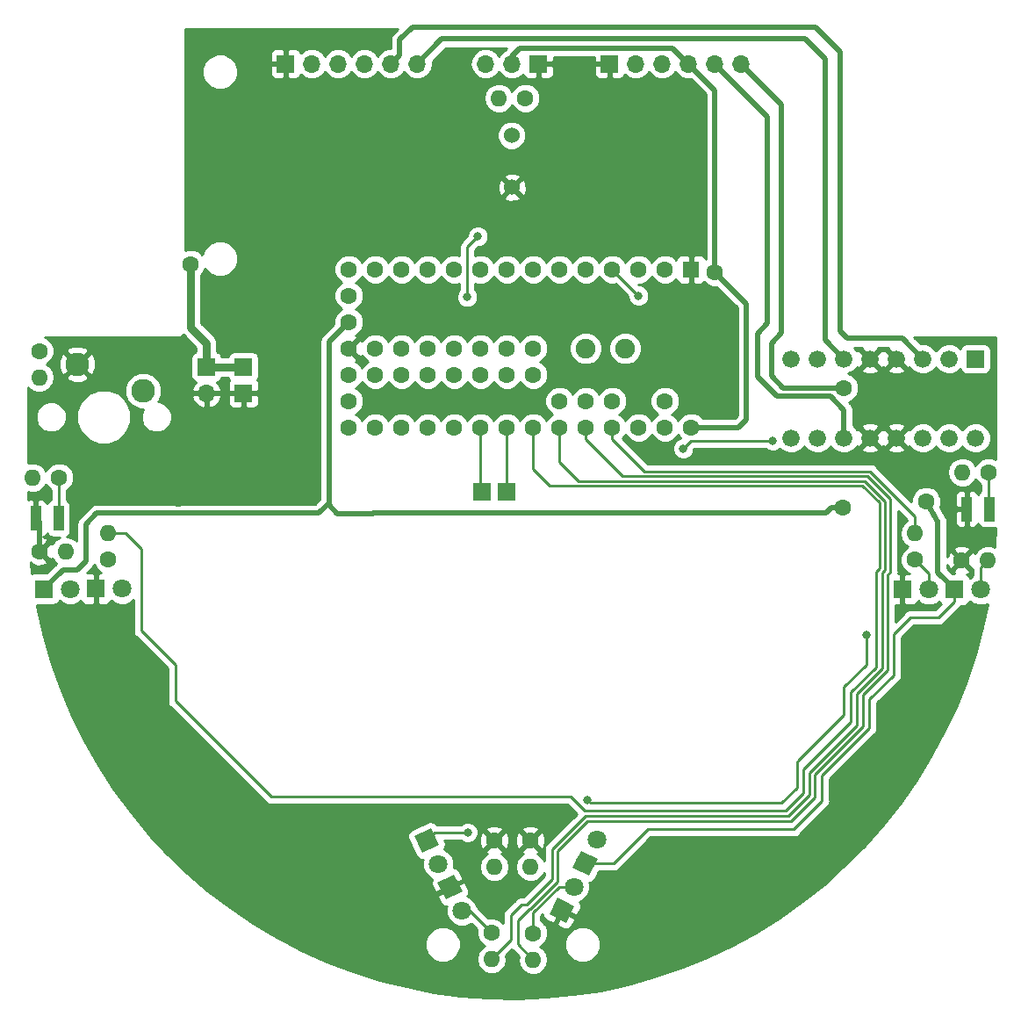
<source format=gbr>
G04 #@! TF.GenerationSoftware,KiCad,Pcbnew,(5.0.0-3-g5ebb6b6)*
G04 #@! TF.CreationDate,2019-09-08T00:47:12-07:00*
G04 #@! TF.ProjectId,mouse,6D6F7573652E6B696361645F70636200,rev?*
G04 #@! TF.SameCoordinates,Original*
G04 #@! TF.FileFunction,Copper,L2,Bot,Signal*
G04 #@! TF.FilePolarity,Positive*
%FSLAX46Y46*%
G04 Gerber Fmt 4.6, Leading zero omitted, Abs format (unit mm)*
G04 Created by KiCad (PCBNEW (5.0.0-3-g5ebb6b6)) date Sunday, September 08, 2019 at 12:47:12 AM*
%MOMM*%
%LPD*%
G01*
G04 APERTURE LIST*
G04 #@! TA.AperFunction,ComponentPad*
%ADD10R,1.700000X1.700000*%
G04 #@! TD*
G04 #@! TA.AperFunction,ComponentPad*
%ADD11O,1.700000X1.700000*%
G04 #@! TD*
G04 #@! TA.AperFunction,ComponentPad*
%ADD12C,1.800000*%
G04 #@! TD*
G04 #@! TA.AperFunction,ComponentPad*
%ADD13R,1.800000X1.800000*%
G04 #@! TD*
G04 #@! TA.AperFunction,Conductor*
%ADD14C,0.100000*%
G04 #@! TD*
G04 #@! TA.AperFunction,ComponentPad*
%ADD15C,1.600000*%
G04 #@! TD*
G04 #@! TA.AperFunction,ComponentPad*
%ADD16O,1.600000X1.600000*%
G04 #@! TD*
G04 #@! TA.AperFunction,ComponentPad*
%ADD17R,1.600000X1.600000*%
G04 #@! TD*
G04 #@! TA.AperFunction,ComponentPad*
%ADD18C,1.900000*%
G04 #@! TD*
G04 #@! TA.AperFunction,ComponentPad*
%ADD19R,1.676400X1.676400*%
G04 #@! TD*
G04 #@! TA.AperFunction,ComponentPad*
%ADD20C,1.676400*%
G04 #@! TD*
G04 #@! TA.AperFunction,ComponentPad*
%ADD21C,1.524000*%
G04 #@! TD*
G04 #@! TA.AperFunction,SMDPad,CuDef*
%ADD22R,1.000000X2.400000*%
G04 #@! TD*
G04 #@! TA.AperFunction,ComponentPad*
%ADD23C,2.286000*%
G04 #@! TD*
G04 #@! TA.AperFunction,ViaPad*
%ADD24C,1.600000*%
G04 #@! TD*
G04 #@! TA.AperFunction,ViaPad*
%ADD25C,0.800000*%
G04 #@! TD*
G04 #@! TA.AperFunction,Conductor*
%ADD26C,0.750000*%
G04 #@! TD*
G04 #@! TA.AperFunction,Conductor*
%ADD27C,0.500000*%
G04 #@! TD*
G04 #@! TA.AperFunction,Conductor*
%ADD28C,0.250000*%
G04 #@! TD*
G04 #@! TA.AperFunction,Conductor*
%ADD29C,0.254000*%
G04 #@! TD*
G04 APERTURE END LIST*
D10*
G04 #@! TO.P,BT1,1*
G04 #@! TO.N,/vBatt*
X129032000Y-88138000D03*
D11*
G04 #@! TO.P,BT1,2*
G04 #@! TO.N,/GND*
X129032000Y-90678000D03*
G04 #@! TD*
D12*
G04 #@! TO.P,D0,2*
G04 #@! TO.N,Net-(D0-Pad2)*
X198691500Y-109601000D03*
D13*
G04 #@! TO.P,D0,1*
G04 #@! TO.N,/GND*
X196151500Y-109601000D03*
G04 #@! TD*
D12*
G04 #@! TO.P,D1,1*
G04 #@! TO.N,/GND*
X163322000Y-140525500D03*
D14*
G04 #@! TD*
G04 #@! TO.N,/GND*
G04 #@! TO.C,D1*
G36*
X163725863Y-141732519D02*
X162114981Y-140929363D01*
X162918137Y-139318481D01*
X164529019Y-140121637D01*
X163725863Y-141732519D01*
X163725863Y-141732519D01*
G37*
D12*
G04 #@! TO.P,D1,2*
G04 #@! TO.N,Net-(D1-Pad2)*
X164455342Y-138252367D03*
G04 #@! TD*
G04 #@! TO.P,D2,2*
G04 #@! TO.N,Net-(D2-Pad2)*
X120904000Y-109537500D03*
D13*
G04 #@! TO.P,D2,1*
G04 #@! TO.N,/GND*
X118364000Y-109537500D03*
G04 #@! TD*
D12*
G04 #@! TO.P,D3,1*
G04 #@! TO.N,/GND*
X152527000Y-138303000D03*
D14*
G04 #@! TD*
G04 #@! TO.N,/GND*
G04 #@! TO.C,D3*
G36*
X151319981Y-137899137D02*
X152930863Y-137095981D01*
X153734019Y-138706863D01*
X152123137Y-139510019D01*
X151319981Y-137899137D01*
X151319981Y-137899137D01*
G37*
D12*
G04 #@! TO.P,D3,2*
G04 #@! TO.N,Net-(D3-Pad2)*
X153660342Y-140576133D03*
G04 #@! TD*
D13*
G04 #@! TO.P,Q0,1*
G04 #@! TO.N,/3.3v*
X201164677Y-109616645D03*
D12*
G04 #@! TO.P,Q0,2*
G04 #@! TO.N,/Reciever_0*
X203704677Y-109616645D03*
G04 #@! TD*
G04 #@! TO.P,Q1,2*
G04 #@! TO.N,/Reciever_1*
X166677842Y-133743867D03*
G04 #@! TO.P,Q1,1*
G04 #@! TO.N,/3.3v*
X165544500Y-136017000D03*
D14*
G04 #@! TD*
G04 #@! TO.N,/3.3v*
G04 #@! TO.C,Q1*
G36*
X165948363Y-137224019D02*
X164337481Y-136420863D01*
X165140637Y-134809981D01*
X166751519Y-135613137D01*
X165948363Y-137224019D01*
X165948363Y-137224019D01*
G37*
D13*
G04 #@! TO.P,Q2,1*
G04 #@! TO.N,/3.3v*
X113346989Y-109548045D03*
D12*
G04 #@! TO.P,Q2,2*
G04 #@! TO.N,/Reciever_2*
X115886989Y-109548045D03*
G04 #@! TD*
G04 #@! TO.P,Q3,2*
G04 #@! TO.N,/Reciever_3*
X151384000Y-136080500D03*
G04 #@! TO.P,Q3,1*
G04 #@! TO.N,/3.3v*
X150250658Y-133807367D03*
D14*
G04 #@! TD*
G04 #@! TO.N,/3.3v*
G04 #@! TO.C,Q3*
G36*
X149043639Y-133403504D02*
X150654521Y-132600348D01*
X151457677Y-134211230D01*
X149846795Y-135014386D01*
X149043639Y-133403504D01*
X149043639Y-133403504D01*
G37*
D15*
G04 #@! TO.P,R0,1*
G04 #@! TO.N,Net-(D0-Pad2)*
X197358000Y-106743500D03*
D16*
G04 #@! TO.P,R0,2*
G04 #@! TO.N,/Emitter_0*
X197358000Y-104203500D03*
G04 #@! TD*
G04 #@! TO.P,R1,2*
G04 #@! TO.N,/Emitter_1*
X160528000Y-145288000D03*
D15*
G04 #@! TO.P,R1,1*
G04 #@! TO.N,Net-(D1-Pad2)*
X160528000Y-142748000D03*
G04 #@! TD*
D16*
G04 #@! TO.P,R2,2*
G04 #@! TO.N,/Emitter_2*
X119570500Y-104203500D03*
D15*
G04 #@! TO.P,R2,1*
G04 #@! TO.N,Net-(D2-Pad2)*
X119570500Y-106743500D03*
G04 #@! TD*
G04 #@! TO.P,R3,1*
G04 #@! TO.N,Net-(D3-Pad2)*
X156527500Y-142684500D03*
D16*
G04 #@! TO.P,R3,2*
G04 #@! TO.N,/Emitter_3*
X156527500Y-145224500D03*
G04 #@! TD*
D15*
G04 #@! TO.P,R4,1*
G04 #@! TO.N,/GND*
X201866500Y-106807000D03*
D16*
G04 #@! TO.P,R4,2*
G04 #@! TO.N,/Reciever_0*
X204406500Y-106807000D03*
G04 #@! TD*
G04 #@! TO.P,R5,2*
G04 #@! TO.N,/Reciever_1*
X160274000Y-136334500D03*
D15*
G04 #@! TO.P,R5,1*
G04 #@! TO.N,/GND*
X160274000Y-133794500D03*
G04 #@! TD*
G04 #@! TO.P,R6,1*
G04 #@! TO.N,/GND*
X112903000Y-105918000D03*
D16*
G04 #@! TO.P,R6,2*
G04 #@! TO.N,/Reciever_2*
X115443000Y-105918000D03*
G04 #@! TD*
G04 #@! TO.P,R7,2*
G04 #@! TO.N,/Reciever_3*
X156781500Y-136334500D03*
D15*
G04 #@! TO.P,R7,1*
G04 #@! TO.N,/GND*
X156781500Y-133794500D03*
G04 #@! TD*
G04 #@! TO.P,U1,17*
G04 #@! TO.N,/GND*
X142748000Y-86360000D03*
G04 #@! TO.P,U1,18*
G04 #@! TO.N,Net-(U1-Pad18)*
X142748000Y-88900000D03*
G04 #@! TO.P,U1,19*
G04 #@! TO.N,Net-(U1-Pad19)*
X142748000Y-91440000D03*
G04 #@! TO.P,U1,20*
G04 #@! TO.N,/Reciever_2*
X142748000Y-93980000D03*
G04 #@! TO.P,U1,16*
G04 #@! TO.N,/3.3v*
X142748000Y-83820000D03*
G04 #@! TO.P,U1,15*
G04 #@! TO.N,Net-(U1-Pad15)*
X142748000Y-81280000D03*
G04 #@! TO.P,U1,14*
G04 #@! TO.N,/PUSH_SW*
X142748000Y-78740000D03*
G04 #@! TO.P,U1,21*
G04 #@! TO.N,/Reciever_3*
X145288000Y-93980000D03*
G04 #@! TO.P,U1,22*
G04 #@! TO.N,/Reciever_1*
X147828000Y-93980000D03*
G04 #@! TO.P,U1,23*
G04 #@! TO.N,/Reciever_0*
X150368000Y-93980000D03*
G04 #@! TO.P,U1,24*
G04 #@! TO.N,/Buzzer*
X152908000Y-93980000D03*
G04 #@! TO.P,U1,25*
G04 #@! TO.N,/i2c_SDA*
X155448000Y-93980000D03*
G04 #@! TO.P,U1,26*
G04 #@! TO.N,/i2c_SCL*
X157988000Y-93980000D03*
G04 #@! TO.P,U1,27*
G04 #@! TO.N,/Emitter_2*
X160528000Y-93980000D03*
G04 #@! TO.P,U1,28*
G04 #@! TO.N,/Emitter_3*
X163068000Y-93980000D03*
G04 #@! TO.P,U1,29*
G04 #@! TO.N,/Emitter_1*
X165608000Y-93980000D03*
G04 #@! TO.P,U1,30*
G04 #@! TO.N,/Emitter_0*
X168148000Y-93980000D03*
G04 #@! TO.P,U1,31*
G04 #@! TO.N,Net-(U1-Pad31)*
X170688000Y-93980000D03*
G04 #@! TO.P,U1,32*
G04 #@! TO.N,Net-(U1-Pad32)*
X173228000Y-93980000D03*
G04 #@! TO.P,U1,33*
G04 #@! TO.N,/5v*
X175768000Y-93980000D03*
G04 #@! TO.P,U1,34*
G04 #@! TO.N,Net-(U1-Pad34)*
X173228000Y-91440000D03*
G04 #@! TO.P,U1,35*
G04 #@! TO.N,Net-(U1-Pad35)*
X168148000Y-91440000D03*
G04 #@! TO.P,U1,36*
G04 #@! TO.N,Net-(U1-Pad36)*
X165608000Y-91440000D03*
G04 #@! TO.P,U1,37*
G04 #@! TO.N,Net-(U1-Pad37)*
X163068000Y-91440000D03*
G04 #@! TO.P,U1,13*
G04 #@! TO.N,/STATUS_LED_1*
X145288000Y-78740000D03*
G04 #@! TO.P,U1,12*
G04 #@! TO.N,/STATUS_LED_0*
X147828000Y-78740000D03*
G04 #@! TO.P,U1,11*
G04 #@! TO.N,/M1_encoder_B*
X150368000Y-78740000D03*
G04 #@! TO.P,U1,10*
G04 #@! TO.N,/M1_encoder_A*
X152908000Y-78740000D03*
G04 #@! TO.P,U1,9*
G04 #@! TO.N,/M2_encoder_B*
X155448000Y-78740000D03*
G04 #@! TO.P,U1,8*
G04 #@! TO.N,/M2_encoder_A*
X157988000Y-78740000D03*
G04 #@! TO.P,U1,7*
G04 #@! TO.N,/M2_speed*
X160528000Y-78740000D03*
G04 #@! TO.P,U1,6*
G04 #@! TO.N,/M1_speed*
X163068000Y-78740000D03*
G04 #@! TO.P,U1,5*
G04 #@! TO.N,/M2_backward*
X165608000Y-78740000D03*
G04 #@! TO.P,U1,4*
G04 #@! TO.N,/M2_forward*
X168148000Y-78740000D03*
G04 #@! TO.P,U1,3*
G04 #@! TO.N,/M1_forward*
X170688000Y-78740000D03*
G04 #@! TO.P,U1,2*
G04 #@! TO.N,/M1_backward*
X173228000Y-78740000D03*
D17*
G04 #@! TO.P,U1,1*
G04 #@! TO.N,/GND*
X175768000Y-78740000D03*
D15*
G04 #@! TO.P,U1,38*
G04 #@! TO.N,Net-(U1-Pad38)*
X160528000Y-86360000D03*
G04 #@! TO.P,U1,39*
G04 #@! TO.N,Net-(U1-Pad39)*
X157988000Y-86360000D03*
G04 #@! TO.P,U1,40*
G04 #@! TO.N,Net-(U1-Pad40)*
X155448000Y-86360000D03*
G04 #@! TO.P,U1,41*
G04 #@! TO.N,Net-(U1-Pad41)*
X152908000Y-86360000D03*
G04 #@! TO.P,U1,42*
G04 #@! TO.N,Net-(U1-Pad42)*
X150368000Y-86360000D03*
G04 #@! TO.P,U1,43*
G04 #@! TO.N,Net-(U1-Pad43)*
X147828000Y-86360000D03*
G04 #@! TO.P,U1,44*
G04 #@! TO.N,Net-(U1-Pad44)*
X145288000Y-86360000D03*
G04 #@! TO.P,U1,45*
G04 #@! TO.N,Net-(U1-Pad45)*
X145288000Y-88900000D03*
G04 #@! TO.P,U1,46*
G04 #@! TO.N,Net-(U1-Pad46)*
X147828000Y-88900000D03*
G04 #@! TO.P,U1,47*
G04 #@! TO.N,Net-(U1-Pad47)*
X150368000Y-88900000D03*
G04 #@! TO.P,U1,48*
G04 #@! TO.N,Net-(U1-Pad48)*
X152908000Y-88900000D03*
G04 #@! TO.P,U1,49*
G04 #@! TO.N,Net-(U1-Pad49)*
X155448000Y-88900000D03*
G04 #@! TO.P,U1,50*
G04 #@! TO.N,Net-(U1-Pad50)*
X157988000Y-88900000D03*
G04 #@! TO.P,U1,51*
G04 #@! TO.N,Net-(U1-Pad51)*
X160528000Y-88900000D03*
D18*
G04 #@! TO.P,U1,52*
G04 #@! TO.N,Net-(U1-Pad52)*
X165608000Y-86360000D03*
X169418000Y-86360000D03*
G04 #@! TD*
D19*
G04 #@! TO.P,U2,1*
G04 #@! TO.N,/M1_speed*
X203200000Y-87376000D03*
D20*
G04 #@! TO.P,U2,2*
G04 #@! TO.N,/M1_forward*
X200660000Y-87376000D03*
G04 #@! TO.P,U2,3*
G04 #@! TO.N,/OUT1*
X198120000Y-87376000D03*
G04 #@! TO.P,U2,4*
G04 #@! TO.N,/GND*
X195580000Y-87376000D03*
G04 #@! TO.P,U2,5*
X193040000Y-87376000D03*
G04 #@! TO.P,U2,6*
G04 #@! TO.N,/OUT2*
X190500000Y-87376000D03*
G04 #@! TO.P,U2,7*
G04 #@! TO.N,/M1_backward*
X187960000Y-87376000D03*
G04 #@! TO.P,U2,8*
G04 #@! TO.N,/5v*
X185420000Y-87376000D03*
G04 #@! TO.P,U2,9*
G04 #@! TO.N,/M2_speed*
X185420000Y-94996000D03*
G04 #@! TO.P,U2,10*
G04 #@! TO.N,/M2_forward*
X187960000Y-94996000D03*
G04 #@! TO.P,U2,11*
G04 #@! TO.N,/OUT3*
X190500000Y-94996000D03*
G04 #@! TO.P,U2,12*
G04 #@! TO.N,/GND*
X193040000Y-94996000D03*
G04 #@! TO.P,U2,13*
X195580000Y-94996000D03*
G04 #@! TO.P,U2,14*
G04 #@! TO.N,/OUT4*
X198120000Y-94996000D03*
G04 #@! TO.P,U2,15*
G04 #@! TO.N,/M2_backward*
X200660000Y-94996000D03*
G04 #@! TO.P,U2,16*
G04 #@! TO.N,/5v*
X203200000Y-94996000D03*
G04 #@! TD*
D10*
G04 #@! TO.P,U3,1*
G04 #@! TO.N,/GND*
X161036000Y-58928000D03*
D11*
G04 #@! TO.P,U3,2*
G04 #@! TO.N,/5v*
X158496000Y-58928000D03*
G04 #@! TO.P,U3,3*
G04 #@! TO.N,/vBatt*
X155956000Y-58928000D03*
G04 #@! TD*
D21*
G04 #@! TO.P,BZ1,2*
G04 #@! TO.N,/GND*
X158496000Y-70826000D03*
G04 #@! TO.P,BZ1,1*
G04 #@! TO.N,Net-(BZ1-Pad1)*
X158446000Y-65826000D03*
G04 #@! TD*
D22*
G04 #@! TO.P,D4,2*
G04 #@! TO.N,Net-(D4-Pad2)*
X204554000Y-101854000D03*
G04 #@! TO.P,D4,1*
G04 #@! TO.N,/GND*
X202354000Y-101854000D03*
G04 #@! TD*
G04 #@! TO.P,D5,1*
G04 #@! TO.N,/GND*
X112565000Y-102743000D03*
G04 #@! TO.P,D5,2*
G04 #@! TO.N,Net-(D5-Pad2)*
X114765000Y-102743000D03*
G04 #@! TD*
D15*
G04 #@! TO.P,R8,1*
G04 #@! TO.N,Net-(D4-Pad2)*
X204470000Y-98298000D03*
D16*
G04 #@! TO.P,R8,2*
G04 #@! TO.N,/STATUS_LED_0*
X201930000Y-98298000D03*
G04 #@! TD*
G04 #@! TO.P,R9,2*
G04 #@! TO.N,/STATUS_LED_1*
X112268000Y-98806000D03*
D15*
G04 #@! TO.P,R9,1*
G04 #@! TO.N,Net-(D5-Pad2)*
X114808000Y-98806000D03*
G04 #@! TD*
D16*
G04 #@! TO.P,R10,2*
G04 #@! TO.N,/Buzzer*
X157226000Y-62230000D03*
D15*
G04 #@! TO.P,R10,1*
G04 #@! TO.N,Net-(BZ1-Pad1)*
X159766000Y-62230000D03*
G04 #@! TD*
G04 #@! TO.P,R11,1*
G04 #@! TO.N,/PUSH_SW*
X112903000Y-86614000D03*
D16*
G04 #@! TO.P,R11,2*
G04 #@! TO.N,/3.3v*
X112903000Y-89154000D03*
G04 #@! TD*
D23*
G04 #@! TO.P,SW1,1*
G04 #@! TO.N,/GND*
X116586000Y-87884000D03*
G04 #@! TO.P,SW1,2*
G04 #@! TO.N,/PUSH_SW*
X122936000Y-90424000D03*
G04 #@! TD*
D11*
G04 #@! TO.P,U4,6*
G04 #@! TO.N,/OUT4*
X180594000Y-58928000D03*
G04 #@! TO.P,U4,5*
G04 #@! TO.N,/OUT3*
X178054000Y-58928000D03*
G04 #@! TO.P,U4,4*
G04 #@! TO.N,/5v*
X175514000Y-58928000D03*
G04 #@! TO.P,U4,3*
G04 #@! TO.N,/M2_encoder_A*
X172974000Y-58928000D03*
G04 #@! TO.P,U4,2*
G04 #@! TO.N,/M2_encoder_B*
X170434000Y-58928000D03*
D10*
G04 #@! TO.P,U4,1*
G04 #@! TO.N,/GND*
X167894000Y-58928000D03*
G04 #@! TD*
G04 #@! TO.P,U5,1*
G04 #@! TO.N,/GND*
X136652000Y-58928000D03*
D11*
G04 #@! TO.P,U5,2*
G04 #@! TO.N,/M1_encoder_B*
X139192000Y-58928000D03*
G04 #@! TO.P,U5,3*
G04 #@! TO.N,/M1_encoder_A*
X141732000Y-58928000D03*
G04 #@! TO.P,U5,4*
G04 #@! TO.N,/5v*
X144272000Y-58928000D03*
G04 #@! TO.P,U5,5*
G04 #@! TO.N,/OUT1*
X146812000Y-58928000D03*
G04 #@! TO.P,U5,6*
G04 #@! TO.N,/OUT2*
X149352000Y-58928000D03*
G04 #@! TD*
D10*
G04 #@! TO.P,GND,1*
G04 #@! TO.N,/GND*
X132588000Y-90678000D03*
G04 #@! TD*
G04 #@! TO.P,SCL,1*
G04 #@! TO.N,/i2c_SCL*
X157988000Y-100203000D03*
G04 #@! TD*
G04 #@! TO.P,SDA,1*
G04 #@! TO.N,/i2c_SDA*
X155575000Y-100203000D03*
G04 #@! TD*
G04 #@! TO.P,BAT,1*
G04 #@! TO.N,/vBatt*
X132588000Y-88138000D03*
G04 #@! TD*
D24*
G04 #@! TO.N,/vBatt*
X127508000Y-78232000D03*
G04 #@! TO.N,/GND*
X136194800Y-100736400D03*
X130810000Y-100736400D03*
X172262800Y-96672400D03*
X126339600Y-100838000D03*
D25*
G04 #@! TO.N,/3.3v*
X154241500Y-133032500D03*
D24*
X198437500Y-101092000D03*
X190436500Y-101731500D03*
D25*
G04 #@! TO.N,/Reciever_0*
X192684400Y-113995200D03*
X165760400Y-129895600D03*
D24*
G04 #@! TO.N,/5v*
X178054000Y-78994000D03*
D25*
G04 #@! TO.N,/M2_forward*
X170688000Y-81280000D03*
D24*
G04 #@! TO.N,/OUT4*
X190500000Y-90170000D03*
D25*
G04 #@! TO.N,/STATUS_LED_0*
X183642000Y-95250000D03*
X175006000Y-96012000D03*
G04 #@! TO.N,/Buzzer*
X154178000Y-81407000D03*
X155194000Y-75565000D03*
G04 #@! TD*
D26*
G04 #@! TO.N,/vBatt*
X129032000Y-88138000D02*
X129032000Y-86538000D01*
X129032000Y-86538000D02*
X129032000Y-85852000D01*
X127508000Y-84328000D02*
X127508000Y-81788000D01*
X129032000Y-85852000D02*
X127508000Y-84328000D01*
X127508000Y-81788000D02*
X127508000Y-78232000D01*
X132588000Y-88138000D02*
X129032000Y-88138000D01*
D27*
G04 #@! TO.N,/GND*
X112903000Y-103081000D02*
X112565000Y-102743000D01*
X112903000Y-105918000D02*
X112903000Y-103081000D01*
D28*
G04 #@! TO.N,Net-(D0-Pad2)*
X198691500Y-108077000D02*
X198691500Y-109601000D01*
X197358000Y-106743500D02*
X198691500Y-108077000D01*
G04 #@! TO.N,Net-(D1-Pad2)*
X160528000Y-140779500D02*
X160528000Y-142748000D01*
X163055133Y-138252367D02*
X160528000Y-140779500D01*
X164455342Y-138252367D02*
X163055133Y-138252367D01*
G04 #@! TO.N,Net-(D3-Pad2)*
X154419133Y-140576133D02*
X153660342Y-140576133D01*
X156527500Y-142684500D02*
X154419133Y-140576133D01*
G04 #@! TO.N,/3.3v*
X201164677Y-110766645D02*
X199599822Y-112331500D01*
X201164677Y-109616645D02*
X201164677Y-110766645D01*
X199599822Y-112331500D02*
X196913500Y-112331500D01*
X196913500Y-112331500D02*
X195326000Y-113919000D01*
X195326000Y-113919000D02*
X195326000Y-117856000D01*
X195326000Y-117856000D02*
X192976500Y-120205500D01*
X192976500Y-120205500D02*
X192976500Y-122999500D01*
X192976500Y-122999500D02*
X188404500Y-127571500D01*
X188404500Y-127571500D02*
X188404500Y-129984500D01*
X188404500Y-129984500D02*
X185674000Y-132715000D01*
X185674000Y-132715000D02*
X171577000Y-132715000D01*
X168275000Y-136017000D02*
X165544500Y-136017000D01*
X171577000Y-132715000D02*
X168275000Y-136017000D01*
X151025525Y-133032500D02*
X150250658Y-133807367D01*
X154241500Y-133032500D02*
X151025525Y-133032500D01*
D27*
X201164677Y-109616645D02*
X201164677Y-109534177D01*
X201164677Y-109534177D02*
X199580500Y-107950000D01*
X199580500Y-107950000D02*
X199580500Y-103060500D01*
X199580500Y-103060500D02*
X198437500Y-101092000D01*
X189305130Y-101731500D02*
X189300630Y-101727000D01*
X190436500Y-101731500D02*
X189305130Y-101731500D01*
X140843000Y-85725000D02*
X142748000Y-83820000D01*
X140843000Y-101269800D02*
X140843000Y-85725000D01*
X139863516Y-102249284D02*
X140843000Y-101269800D01*
X117411500Y-103314500D02*
X118476716Y-102249284D01*
X117411500Y-106870500D02*
X117411500Y-103314500D01*
X115189000Y-107696000D02*
X116586000Y-107696000D01*
X116586000Y-107696000D02*
X117411500Y-106870500D01*
X113346989Y-109538011D02*
X115189000Y-107696000D01*
X118476716Y-102249284D02*
X139863516Y-102249284D01*
X113346989Y-109548045D02*
X113346989Y-109538011D01*
X188776230Y-102260400D02*
X189305130Y-101731500D01*
X145098736Y-102260400D02*
X188776230Y-102260400D01*
X145066368Y-102292768D02*
X145098736Y-102260400D01*
X143306839Y-102292768D02*
X145066368Y-102292768D01*
X143305910Y-102291839D02*
X143306839Y-102292768D01*
X141681210Y-102291839D02*
X143305910Y-102291839D01*
X141661828Y-102291828D02*
X141681210Y-102291839D01*
X140843000Y-101473000D02*
X141661828Y-102291828D01*
X140843000Y-101269800D02*
X140843000Y-101473000D01*
D28*
G04 #@! TO.N,/Reciever_0*
X203704677Y-107508823D02*
X204406500Y-106807000D01*
X203704677Y-109616645D02*
X203704677Y-107508823D01*
X192684400Y-113995200D02*
X192684400Y-116840000D01*
X192684400Y-116840000D02*
X190500000Y-119024400D01*
X190500000Y-119024400D02*
X190500000Y-121716800D01*
X190500000Y-121716800D02*
X186182000Y-126034800D01*
X186182000Y-126034800D02*
X185978800Y-126238000D01*
X185978800Y-126238000D02*
X185978800Y-128727200D01*
X185978800Y-128727200D02*
X184505600Y-130200400D01*
X166065200Y-130200400D02*
X165760400Y-129895600D01*
X184505600Y-130200400D02*
X166065200Y-130200400D01*
G04 #@! TO.N,/Emitter_0*
X197358000Y-102552500D02*
X197358000Y-104203500D01*
X171271130Y-98234500D02*
X193040000Y-98234500D01*
X168148000Y-95111370D02*
X171271130Y-98234500D01*
X193040000Y-98234500D02*
X197358000Y-102552500D01*
X168148000Y-93980000D02*
X168148000Y-95111370D01*
G04 #@! TO.N,/Emitter_1*
X159067500Y-143827500D02*
X160528000Y-145288000D01*
X159067500Y-141478000D02*
X159067500Y-143827500D01*
X160272590Y-140398500D02*
X160147000Y-140398500D01*
X162877500Y-134810500D02*
X162877500Y-137793590D01*
X192341500Y-122809000D02*
X187706000Y-127444500D01*
X185420000Y-131953000D02*
X165735000Y-131953000D01*
X194691000Y-108204000D02*
X194691000Y-117411500D01*
X187706000Y-127444500D02*
X187706000Y-129667000D01*
X192791510Y-98684510D02*
X195008500Y-100901500D01*
X192341500Y-119761000D02*
X192341500Y-122809000D01*
X194691000Y-117411500D02*
X192341500Y-119761000D01*
X187706000Y-129667000D02*
X185420000Y-131953000D01*
X195008500Y-100901500D02*
X195008500Y-107886500D01*
X160147000Y-140398500D02*
X159067500Y-141478000D01*
X162877500Y-137793590D02*
X160272590Y-140398500D01*
X169181140Y-98684510D02*
X192791510Y-98684510D01*
X165608000Y-95111370D02*
X169181140Y-98684510D01*
X165735000Y-131953000D02*
X162877500Y-134810500D01*
X195008500Y-107886500D02*
X194691000Y-108204000D01*
X165608000Y-93980000D02*
X165608000Y-95111370D01*
G04 #@! TO.N,/Emitter_3*
X159385000Y-140017500D02*
X158369000Y-141033500D01*
X158369000Y-143383000D02*
X156527500Y-145224500D01*
X162369500Y-137541000D02*
X159893000Y-140017500D01*
X165606590Y-131445000D02*
X162369500Y-134682090D01*
X185166000Y-131445000D02*
X165606590Y-131445000D01*
X187198000Y-129413000D02*
X185166000Y-131445000D01*
X194500500Y-107696000D02*
X194183000Y-108013500D01*
X187198000Y-127254000D02*
X187198000Y-129413000D01*
X159893000Y-140017500D02*
X159385000Y-140017500D01*
X191770000Y-122682000D02*
X187198000Y-127254000D01*
X194183000Y-108013500D02*
X194183000Y-117221000D01*
X194183000Y-117221000D02*
X191770000Y-119634000D01*
X191770000Y-119634000D02*
X191770000Y-122682000D01*
X164920520Y-99134520D02*
X192543020Y-99134520D01*
X162369500Y-134682090D02*
X162369500Y-137541000D01*
X194500500Y-101092000D02*
X194500500Y-107696000D01*
X192543020Y-99134520D02*
X194500500Y-101092000D01*
X163068000Y-97282000D02*
X164920520Y-99134520D01*
X158369000Y-141033500D02*
X158369000Y-143383000D01*
X163068000Y-93980000D02*
X163068000Y-97282000D01*
G04 #@! TO.N,/Emitter_2*
X122745500Y-105727500D02*
X121221500Y-104203500D01*
X126047500Y-120357126D02*
X126047500Y-116903500D01*
X121221500Y-104203500D02*
X119570500Y-104203500D01*
X165478180Y-130937000D02*
X164144680Y-129603500D01*
X126047500Y-116903500D02*
X122745500Y-113601500D01*
X186626500Y-129222500D02*
X184912000Y-130937000D01*
X184912000Y-130937000D02*
X165478180Y-130937000D01*
X191198500Y-119507000D02*
X191198500Y-122364500D01*
X164144680Y-129603500D02*
X135293874Y-129603500D01*
X193611500Y-117094000D02*
X191198500Y-119507000D01*
X193929000Y-107569000D02*
X193611500Y-107886500D01*
X162132030Y-99584530D02*
X192294530Y-99584530D01*
X122745500Y-113601500D02*
X122745500Y-105727500D01*
X186626500Y-126936500D02*
X186626500Y-129222500D01*
X192294530Y-99584530D02*
X193929000Y-101219000D01*
X135293874Y-129603500D02*
X126047500Y-120357126D01*
X193929000Y-101219000D02*
X193929000Y-107569000D01*
X193611500Y-107886500D02*
X193611500Y-117094000D01*
X160528000Y-97980500D02*
X162132030Y-99584530D01*
X191198500Y-122364500D02*
X186626500Y-126936500D01*
X160528000Y-93980000D02*
X160528000Y-97980500D01*
D27*
G04 #@! TO.N,/5v*
X180340000Y-93980000D02*
X175768000Y-93980000D01*
X181102000Y-93218000D02*
X180340000Y-93980000D01*
X181102000Y-82042000D02*
X181102000Y-93218000D01*
X178054000Y-78994000D02*
X181102000Y-82042000D01*
X178054000Y-61468000D02*
X175514000Y-58928000D01*
X178054000Y-78994000D02*
X178054000Y-61468000D01*
X158496000Y-58928000D02*
X158496000Y-58166000D01*
X158496000Y-58166000D02*
X159258000Y-57404000D01*
X173990000Y-57404000D02*
X175514000Y-58928000D01*
X159258000Y-57404000D02*
X173990000Y-57404000D01*
G04 #@! TO.N,/OUT1*
X147661999Y-58078001D02*
X147661999Y-56604801D01*
X146812000Y-58928000D02*
X147661999Y-58078001D01*
X147661999Y-56604801D02*
X148877790Y-55389010D01*
X148877790Y-55389010D02*
X187773810Y-55389010D01*
X187773810Y-55389010D02*
X190144400Y-57759600D01*
X190144400Y-57759600D02*
X190144400Y-84734400D01*
X190144400Y-84734400D02*
X190804800Y-85394800D01*
X196138800Y-85394800D02*
X198120000Y-87376000D01*
X190804800Y-85394800D02*
X196138800Y-85394800D01*
G04 #@! TO.N,/OUT2*
X188671200Y-85547200D02*
X190500000Y-87376000D01*
X186791600Y-56540400D02*
X188671200Y-58420000D01*
X188671200Y-58420000D02*
X188671200Y-85547200D01*
X151739600Y-56540400D02*
X186791600Y-56540400D01*
X149352000Y-58928000D02*
X151739600Y-56540400D01*
D28*
G04 #@! TO.N,/M2_forward*
X168148000Y-78740000D02*
X170688000Y-81280000D01*
D27*
G04 #@! TO.N,/OUT3*
X190500000Y-92303600D02*
X190500000Y-94996000D01*
X189179200Y-90982800D02*
X190500000Y-92303600D01*
X184048400Y-90982800D02*
X189179200Y-90982800D01*
X182168800Y-84937600D02*
X182168800Y-89103200D01*
X183134000Y-83972400D02*
X182168800Y-84937600D01*
X178054000Y-58928000D02*
X183134000Y-64008000D01*
X183134000Y-64008000D02*
X183134000Y-83972400D01*
X182168800Y-89103200D02*
X184048400Y-90982800D01*
G04 #@! TO.N,/OUT4*
X180594000Y-58928000D02*
X184505600Y-62839600D01*
X183540400Y-85852000D02*
X183540400Y-88239600D01*
X184505600Y-84886800D02*
X183540400Y-85852000D01*
X184505600Y-62839600D02*
X184505600Y-84886800D01*
X183540400Y-88239600D02*
X183540400Y-89052400D01*
X184658000Y-90170000D02*
X190500000Y-90170000D01*
X183540400Y-89052400D02*
X184658000Y-90170000D01*
D28*
G04 #@! TO.N,Net-(D4-Pad2)*
X204470000Y-101430000D02*
X204427000Y-101473000D01*
X204470000Y-101770000D02*
X204554000Y-101854000D01*
X204470000Y-98298000D02*
X204470000Y-101770000D01*
G04 #@! TO.N,Net-(D5-Pad2)*
X114808000Y-102700000D02*
X114765000Y-102743000D01*
X114808000Y-98806000D02*
X114808000Y-102700000D01*
G04 #@! TO.N,/i2c_SCL*
X157988000Y-100025200D02*
X158038800Y-100076000D01*
X157988000Y-93980000D02*
X157988000Y-100025200D01*
G04 #@! TO.N,/i2c_SDA*
X155448000Y-100025200D02*
X155397200Y-100076000D01*
X155448000Y-93980000D02*
X155448000Y-100025200D01*
G04 #@! TO.N,/STATUS_LED_0*
X175768000Y-95250000D02*
X183642000Y-95250000D01*
X175006000Y-96012000D02*
X175768000Y-95250000D01*
G04 #@! TO.N,/Buzzer*
X154178000Y-81407000D02*
X154178000Y-77279500D01*
X154178000Y-76581000D02*
X155194000Y-75565000D01*
X154178000Y-77279500D02*
X154178000Y-76581000D01*
G04 #@! TD*
D29*
G04 #@! TO.N,/GND*
G36*
X118353966Y-107556362D02*
X118757638Y-107960034D01*
X118860160Y-108002500D01*
X118649750Y-108002500D01*
X118491000Y-108161250D01*
X118491000Y-109410500D01*
X118511000Y-109410500D01*
X118511000Y-109664500D01*
X118491000Y-109664500D01*
X118491000Y-110913750D01*
X118649750Y-111072500D01*
X119390309Y-111072500D01*
X119623698Y-110975827D01*
X119802327Y-110797199D01*
X119858139Y-110662456D01*
X120034493Y-110838810D01*
X120598670Y-111072500D01*
X121209330Y-111072500D01*
X121773507Y-110838810D01*
X121985500Y-110626817D01*
X121985500Y-113526653D01*
X121970612Y-113601500D01*
X121985500Y-113676347D01*
X121985500Y-113676351D01*
X122029596Y-113898036D01*
X122197571Y-114149429D01*
X122261030Y-114191831D01*
X125287501Y-117218303D01*
X125287500Y-120282279D01*
X125272612Y-120357126D01*
X125287500Y-120431973D01*
X125287500Y-120431977D01*
X125331596Y-120653662D01*
X125499571Y-120905055D01*
X125563030Y-120947457D01*
X134703544Y-130087972D01*
X134745945Y-130151429D01*
X134997337Y-130319404D01*
X135219022Y-130363500D01*
X135219026Y-130363500D01*
X135293874Y-130378388D01*
X135368722Y-130363500D01*
X163829879Y-130363500D01*
X164721583Y-131255205D01*
X161885030Y-134091759D01*
X161821571Y-134134161D01*
X161653596Y-134385554D01*
X161609500Y-134607239D01*
X161609500Y-134607243D01*
X161594612Y-134682090D01*
X161609500Y-134756937D01*
X161609500Y-135750287D01*
X161308577Y-135299923D01*
X160968797Y-135072889D01*
X161028005Y-135048364D01*
X161102139Y-134802245D01*
X160274000Y-133974105D01*
X159445861Y-134802245D01*
X159519995Y-135048364D01*
X159582359Y-135070780D01*
X159239423Y-135299923D01*
X158922260Y-135774591D01*
X158810887Y-136334500D01*
X158922260Y-136894409D01*
X159239423Y-137369077D01*
X159714091Y-137686240D01*
X160132667Y-137769500D01*
X160415333Y-137769500D01*
X160833909Y-137686240D01*
X161308577Y-137369077D01*
X161609501Y-136918713D01*
X161609501Y-137226197D01*
X159578199Y-139257500D01*
X159459847Y-139257500D01*
X159385000Y-139242612D01*
X159310153Y-139257500D01*
X159310148Y-139257500D01*
X159088463Y-139301596D01*
X158837071Y-139469571D01*
X158794671Y-139533027D01*
X157884530Y-140443169D01*
X157821071Y-140485571D01*
X157653096Y-140736964D01*
X157609000Y-140958649D01*
X157609000Y-140958653D01*
X157594112Y-141033500D01*
X157609000Y-141108347D01*
X157609000Y-141736604D01*
X157340362Y-141467966D01*
X156812939Y-141249500D01*
X156242061Y-141249500D01*
X156189198Y-141271397D01*
X155195342Y-140277541D01*
X155195342Y-140270803D01*
X154961652Y-139706626D01*
X154529849Y-139274823D01*
X154200332Y-139138332D01*
X154296126Y-139028133D01*
X154376283Y-138788569D01*
X154358661Y-138536566D01*
X154028225Y-137873814D01*
X153815321Y-137802577D01*
X152697324Y-138359990D01*
X152706248Y-138377888D01*
X152478934Y-138491223D01*
X152470010Y-138473324D01*
X151352014Y-139030736D01*
X151280777Y-139243641D01*
X151611213Y-139906393D01*
X151801866Y-140072125D01*
X152041430Y-140152283D01*
X152178402Y-140142705D01*
X152125342Y-140270803D01*
X152125342Y-140881463D01*
X152359032Y-141445640D01*
X152790835Y-141877443D01*
X153355012Y-142111133D01*
X153965672Y-142111133D01*
X154529849Y-141877443D01*
X154587745Y-141819547D01*
X155114397Y-142346198D01*
X155092500Y-142399061D01*
X155092500Y-142969939D01*
X155310966Y-143497362D01*
X155714638Y-143901034D01*
X155844668Y-143954894D01*
X155492923Y-144189923D01*
X155175760Y-144664591D01*
X155064387Y-145224500D01*
X155175760Y-145784409D01*
X155492923Y-146259077D01*
X155967591Y-146576240D01*
X156386167Y-146659500D01*
X156668833Y-146659500D01*
X157087409Y-146576240D01*
X157562077Y-146259077D01*
X157879240Y-145784409D01*
X157990613Y-145224500D01*
X157926188Y-144900614D01*
X158492255Y-144334547D01*
X158519572Y-144375429D01*
X158583028Y-144417829D01*
X159129312Y-144964114D01*
X159064887Y-145288000D01*
X159176260Y-145847909D01*
X159493423Y-146322577D01*
X159968091Y-146639740D01*
X160386667Y-146723000D01*
X160669333Y-146723000D01*
X161087909Y-146639740D01*
X161562577Y-146322577D01*
X161879740Y-145847909D01*
X161991113Y-145288000D01*
X161879740Y-144728091D01*
X161562577Y-144253423D01*
X161210832Y-144018394D01*
X161340862Y-143964534D01*
X161744534Y-143560862D01*
X161776396Y-143483939D01*
X163582300Y-143483939D01*
X163582300Y-144171061D01*
X163845250Y-144805880D01*
X164331120Y-145291750D01*
X164965939Y-145554700D01*
X165653061Y-145554700D01*
X166287880Y-145291750D01*
X166773750Y-144805880D01*
X167036700Y-144171061D01*
X167036700Y-143483939D01*
X166773750Y-142849120D01*
X166287880Y-142363250D01*
X165653061Y-142100300D01*
X164965939Y-142100300D01*
X164331120Y-142363250D01*
X163845250Y-142849120D01*
X163582300Y-143483939D01*
X161776396Y-143483939D01*
X161963000Y-143033439D01*
X161963000Y-142462561D01*
X161744534Y-141935138D01*
X161623217Y-141813821D01*
X162821577Y-141813821D01*
X162892814Y-142026725D01*
X163329489Y-142244443D01*
X163555566Y-142357162D01*
X163807570Y-142374783D01*
X164047134Y-142294625D01*
X164237787Y-142128893D01*
X164568223Y-141466141D01*
X164496986Y-141253236D01*
X163378990Y-140695824D01*
X162821577Y-141813821D01*
X161623217Y-141813821D01*
X161340862Y-141531466D01*
X161288000Y-141509570D01*
X161288000Y-141094301D01*
X161480347Y-140901954D01*
X161472717Y-141011069D01*
X161552874Y-141250633D01*
X161718606Y-141441287D01*
X161944684Y-141554005D01*
X162381359Y-141771723D01*
X162594264Y-141700486D01*
X163151676Y-140582490D01*
X163133777Y-140573566D01*
X163247112Y-140346252D01*
X163265010Y-140355176D01*
X163273934Y-140337277D01*
X163501248Y-140450612D01*
X163492324Y-140468510D01*
X164610321Y-141025923D01*
X164823225Y-140954686D01*
X165153661Y-140291934D01*
X165171283Y-140039931D01*
X165091126Y-139800367D01*
X164995332Y-139690168D01*
X165324849Y-139553677D01*
X165756652Y-139121874D01*
X165990342Y-138557697D01*
X165990342Y-137947037D01*
X165955621Y-137863213D01*
X166153799Y-137838002D01*
X166373122Y-137712648D01*
X166527779Y-137512905D01*
X166894688Y-136777000D01*
X168200153Y-136777000D01*
X168275000Y-136791888D01*
X168349847Y-136777000D01*
X168349852Y-136777000D01*
X168571537Y-136732904D01*
X168822929Y-136564929D01*
X168865331Y-136501470D01*
X171891802Y-133475000D01*
X185599153Y-133475000D01*
X185674000Y-133489888D01*
X185748847Y-133475000D01*
X185748852Y-133475000D01*
X185970537Y-133430904D01*
X186221929Y-133262929D01*
X186264331Y-133199470D01*
X188888973Y-130574829D01*
X188952429Y-130532429D01*
X189120404Y-130281037D01*
X189164500Y-130059352D01*
X189164500Y-130059348D01*
X189179388Y-129984501D01*
X189164500Y-129909654D01*
X189164500Y-127886301D01*
X193460976Y-123589827D01*
X193524429Y-123547429D01*
X193566827Y-123483976D01*
X193566829Y-123483974D01*
X193675383Y-123321510D01*
X193692404Y-123296037D01*
X193736500Y-123074352D01*
X193736500Y-123074348D01*
X193751388Y-122999501D01*
X193736500Y-122924654D01*
X193736500Y-120520301D01*
X195810473Y-118446329D01*
X195873929Y-118403929D01*
X195949775Y-118290418D01*
X196041904Y-118152538D01*
X196053039Y-118096557D01*
X196086000Y-117930852D01*
X196086000Y-117930848D01*
X196100888Y-117856000D01*
X196086000Y-117781152D01*
X196086000Y-114233801D01*
X197228302Y-113091500D01*
X199524975Y-113091500D01*
X199599822Y-113106388D01*
X199674669Y-113091500D01*
X199674674Y-113091500D01*
X199896359Y-113047404D01*
X200147751Y-112879429D01*
X200190153Y-112815970D01*
X201649150Y-111356974D01*
X201712606Y-111314574D01*
X201813160Y-111164085D01*
X202064677Y-111164085D01*
X202312442Y-111114802D01*
X202522486Y-110974454D01*
X202662834Y-110764410D01*
X202665952Y-110748737D01*
X202835170Y-110917955D01*
X203399347Y-111151645D01*
X204010007Y-111151645D01*
X204337306Y-111016073D01*
X203866094Y-113260440D01*
X203163502Y-115854060D01*
X202312781Y-118402919D01*
X201316741Y-120898601D01*
X200178702Y-123332782D01*
X198902412Y-125697450D01*
X197492138Y-127984697D01*
X195952529Y-130186987D01*
X194288699Y-132296997D01*
X192506169Y-134307733D01*
X190610858Y-136212515D01*
X188609020Y-138005055D01*
X186507341Y-139679372D01*
X184312753Y-141229939D01*
X182032536Y-142651613D01*
X179674279Y-143939661D01*
X177245791Y-145089822D01*
X174755111Y-146098286D01*
X172210522Y-146961701D01*
X169620436Y-147677211D01*
X166993461Y-148242438D01*
X164338303Y-148655508D01*
X161663784Y-148915051D01*
X158978747Y-149020209D01*
X156292117Y-148970629D01*
X153612788Y-148766479D01*
X150949649Y-148408433D01*
X148311558Y-147897685D01*
X145707225Y-147235919D01*
X143145297Y-146425334D01*
X140634290Y-145468621D01*
X138182520Y-144368952D01*
X136479324Y-143483939D01*
X150082300Y-143483939D01*
X150082300Y-144171061D01*
X150345250Y-144805880D01*
X150831120Y-145291750D01*
X151465939Y-145554700D01*
X152153061Y-145554700D01*
X152787880Y-145291750D01*
X153273750Y-144805880D01*
X153536700Y-144171061D01*
X153536700Y-143483939D01*
X153273750Y-142849120D01*
X152787880Y-142363250D01*
X152153061Y-142100300D01*
X151465939Y-142100300D01*
X150831120Y-142363250D01*
X150345250Y-142849120D01*
X150082300Y-143483939D01*
X136479324Y-143483939D01*
X135798124Y-143129975D01*
X133488978Y-141755786D01*
X131262783Y-140250960D01*
X129126904Y-138620483D01*
X127088412Y-136869750D01*
X125154089Y-135004586D01*
X123716177Y-133448667D01*
X148397776Y-133448667D01*
X148464223Y-133692390D01*
X149267379Y-135303272D01*
X149422036Y-135503015D01*
X149641359Y-135628369D01*
X149891958Y-135660249D01*
X149897193Y-135658822D01*
X149849000Y-135775170D01*
X149849000Y-136385830D01*
X150082690Y-136950007D01*
X150514493Y-137381810D01*
X150818750Y-137507837D01*
X150757874Y-137577867D01*
X150677717Y-137817431D01*
X150695339Y-138069434D01*
X151025775Y-138732186D01*
X151238679Y-138803423D01*
X152356676Y-138246010D01*
X152347752Y-138228112D01*
X152575066Y-138114777D01*
X152583990Y-138132676D01*
X153701986Y-137575264D01*
X153773223Y-137362359D01*
X153442787Y-136699607D01*
X153252134Y-136533875D01*
X153012570Y-136453717D01*
X152887251Y-136462480D01*
X152919000Y-136385830D01*
X152919000Y-136334500D01*
X155318387Y-136334500D01*
X155429760Y-136894409D01*
X155746923Y-137369077D01*
X156221591Y-137686240D01*
X156640167Y-137769500D01*
X156922833Y-137769500D01*
X157341409Y-137686240D01*
X157816077Y-137369077D01*
X158133240Y-136894409D01*
X158244613Y-136334500D01*
X158133240Y-135774591D01*
X157816077Y-135299923D01*
X157476297Y-135072889D01*
X157535505Y-135048364D01*
X157609639Y-134802245D01*
X156781500Y-133974105D01*
X155953361Y-134802245D01*
X156027495Y-135048364D01*
X156089859Y-135070780D01*
X155746923Y-135299923D01*
X155429760Y-135774591D01*
X155318387Y-136334500D01*
X152919000Y-136334500D01*
X152919000Y-135775170D01*
X152685310Y-135210993D01*
X152253507Y-134779190D01*
X151932882Y-134646383D01*
X151946306Y-134635989D01*
X152071660Y-134416666D01*
X152103540Y-134166067D01*
X152037093Y-133922344D01*
X151972355Y-133792500D01*
X153537789Y-133792500D01*
X153655220Y-133909931D01*
X154035626Y-134067500D01*
X154447374Y-134067500D01*
X154827780Y-133909931D01*
X155118931Y-133618780D01*
X155135937Y-133577723D01*
X155334535Y-133577723D01*
X155361722Y-134147954D01*
X155527636Y-134548505D01*
X155773755Y-134622639D01*
X156601895Y-133794500D01*
X156961105Y-133794500D01*
X157789245Y-134622639D01*
X158035364Y-134548505D01*
X158228465Y-134011277D01*
X158207795Y-133577723D01*
X158827035Y-133577723D01*
X158854222Y-134147954D01*
X159020136Y-134548505D01*
X159266255Y-134622639D01*
X160094395Y-133794500D01*
X160453605Y-133794500D01*
X161281745Y-134622639D01*
X161527864Y-134548505D01*
X161720965Y-134011277D01*
X161693778Y-133441046D01*
X161527864Y-133040495D01*
X161281745Y-132966361D01*
X160453605Y-133794500D01*
X160094395Y-133794500D01*
X159266255Y-132966361D01*
X159020136Y-133040495D01*
X158827035Y-133577723D01*
X158207795Y-133577723D01*
X158201278Y-133441046D01*
X158035364Y-133040495D01*
X157789245Y-132966361D01*
X156961105Y-133794500D01*
X156601895Y-133794500D01*
X155773755Y-132966361D01*
X155527636Y-133040495D01*
X155334535Y-133577723D01*
X155135937Y-133577723D01*
X155276500Y-133238374D01*
X155276500Y-132826626D01*
X155259985Y-132786755D01*
X155953361Y-132786755D01*
X156781500Y-133614895D01*
X157609639Y-132786755D01*
X159445861Y-132786755D01*
X160274000Y-133614895D01*
X161102139Y-132786755D01*
X161028005Y-132540636D01*
X160490777Y-132347535D01*
X159920546Y-132374722D01*
X159519995Y-132540636D01*
X159445861Y-132786755D01*
X157609639Y-132786755D01*
X157535505Y-132540636D01*
X156998277Y-132347535D01*
X156428046Y-132374722D01*
X156027495Y-132540636D01*
X155953361Y-132786755D01*
X155259985Y-132786755D01*
X155118931Y-132446220D01*
X154827780Y-132155069D01*
X154447374Y-131997500D01*
X154035626Y-131997500D01*
X153655220Y-132155069D01*
X153537789Y-132272500D01*
X151203770Y-132272500D01*
X151079280Y-132111719D01*
X150859957Y-131986365D01*
X150609358Y-131954485D01*
X150365635Y-132020932D01*
X148754753Y-132824088D01*
X148555010Y-132978745D01*
X148429656Y-133198068D01*
X148397776Y-133448667D01*
X123716177Y-133448667D01*
X123330333Y-133031158D01*
X121623214Y-130956040D01*
X120038363Y-128786072D01*
X118581061Y-126528486D01*
X117256125Y-124190748D01*
X116067958Y-121780617D01*
X115020500Y-119306094D01*
X114117217Y-116775364D01*
X113361112Y-114196836D01*
X112754696Y-111579078D01*
X112671662Y-111095485D01*
X114246989Y-111095485D01*
X114494754Y-111046202D01*
X114704798Y-110905854D01*
X114845146Y-110695810D01*
X114848264Y-110680137D01*
X115017482Y-110849355D01*
X115581659Y-111083045D01*
X116192319Y-111083045D01*
X116756496Y-110849355D01*
X116891398Y-110714453D01*
X116925673Y-110797199D01*
X117104302Y-110975827D01*
X117337691Y-111072500D01*
X118078250Y-111072500D01*
X118237000Y-110913750D01*
X118237000Y-109664500D01*
X118217000Y-109664500D01*
X118217000Y-109410500D01*
X118237000Y-109410500D01*
X118237000Y-108161250D01*
X118078250Y-108002500D01*
X117531078Y-108002500D01*
X117975656Y-107557923D01*
X118049549Y-107508549D01*
X118120725Y-107402028D01*
X118225245Y-107245602D01*
X118353966Y-107556362D01*
X118353966Y-107556362D01*
G37*
X118353966Y-107556362D02*
X118757638Y-107960034D01*
X118860160Y-108002500D01*
X118649750Y-108002500D01*
X118491000Y-108161250D01*
X118491000Y-109410500D01*
X118511000Y-109410500D01*
X118511000Y-109664500D01*
X118491000Y-109664500D01*
X118491000Y-110913750D01*
X118649750Y-111072500D01*
X119390309Y-111072500D01*
X119623698Y-110975827D01*
X119802327Y-110797199D01*
X119858139Y-110662456D01*
X120034493Y-110838810D01*
X120598670Y-111072500D01*
X121209330Y-111072500D01*
X121773507Y-110838810D01*
X121985500Y-110626817D01*
X121985500Y-113526653D01*
X121970612Y-113601500D01*
X121985500Y-113676347D01*
X121985500Y-113676351D01*
X122029596Y-113898036D01*
X122197571Y-114149429D01*
X122261030Y-114191831D01*
X125287501Y-117218303D01*
X125287500Y-120282279D01*
X125272612Y-120357126D01*
X125287500Y-120431973D01*
X125287500Y-120431977D01*
X125331596Y-120653662D01*
X125499571Y-120905055D01*
X125563030Y-120947457D01*
X134703544Y-130087972D01*
X134745945Y-130151429D01*
X134997337Y-130319404D01*
X135219022Y-130363500D01*
X135219026Y-130363500D01*
X135293874Y-130378388D01*
X135368722Y-130363500D01*
X163829879Y-130363500D01*
X164721583Y-131255205D01*
X161885030Y-134091759D01*
X161821571Y-134134161D01*
X161653596Y-134385554D01*
X161609500Y-134607239D01*
X161609500Y-134607243D01*
X161594612Y-134682090D01*
X161609500Y-134756937D01*
X161609500Y-135750287D01*
X161308577Y-135299923D01*
X160968797Y-135072889D01*
X161028005Y-135048364D01*
X161102139Y-134802245D01*
X160274000Y-133974105D01*
X159445861Y-134802245D01*
X159519995Y-135048364D01*
X159582359Y-135070780D01*
X159239423Y-135299923D01*
X158922260Y-135774591D01*
X158810887Y-136334500D01*
X158922260Y-136894409D01*
X159239423Y-137369077D01*
X159714091Y-137686240D01*
X160132667Y-137769500D01*
X160415333Y-137769500D01*
X160833909Y-137686240D01*
X161308577Y-137369077D01*
X161609501Y-136918713D01*
X161609501Y-137226197D01*
X159578199Y-139257500D01*
X159459847Y-139257500D01*
X159385000Y-139242612D01*
X159310153Y-139257500D01*
X159310148Y-139257500D01*
X159088463Y-139301596D01*
X158837071Y-139469571D01*
X158794671Y-139533027D01*
X157884530Y-140443169D01*
X157821071Y-140485571D01*
X157653096Y-140736964D01*
X157609000Y-140958649D01*
X157609000Y-140958653D01*
X157594112Y-141033500D01*
X157609000Y-141108347D01*
X157609000Y-141736604D01*
X157340362Y-141467966D01*
X156812939Y-141249500D01*
X156242061Y-141249500D01*
X156189198Y-141271397D01*
X155195342Y-140277541D01*
X155195342Y-140270803D01*
X154961652Y-139706626D01*
X154529849Y-139274823D01*
X154200332Y-139138332D01*
X154296126Y-139028133D01*
X154376283Y-138788569D01*
X154358661Y-138536566D01*
X154028225Y-137873814D01*
X153815321Y-137802577D01*
X152697324Y-138359990D01*
X152706248Y-138377888D01*
X152478934Y-138491223D01*
X152470010Y-138473324D01*
X151352014Y-139030736D01*
X151280777Y-139243641D01*
X151611213Y-139906393D01*
X151801866Y-140072125D01*
X152041430Y-140152283D01*
X152178402Y-140142705D01*
X152125342Y-140270803D01*
X152125342Y-140881463D01*
X152359032Y-141445640D01*
X152790835Y-141877443D01*
X153355012Y-142111133D01*
X153965672Y-142111133D01*
X154529849Y-141877443D01*
X154587745Y-141819547D01*
X155114397Y-142346198D01*
X155092500Y-142399061D01*
X155092500Y-142969939D01*
X155310966Y-143497362D01*
X155714638Y-143901034D01*
X155844668Y-143954894D01*
X155492923Y-144189923D01*
X155175760Y-144664591D01*
X155064387Y-145224500D01*
X155175760Y-145784409D01*
X155492923Y-146259077D01*
X155967591Y-146576240D01*
X156386167Y-146659500D01*
X156668833Y-146659500D01*
X157087409Y-146576240D01*
X157562077Y-146259077D01*
X157879240Y-145784409D01*
X157990613Y-145224500D01*
X157926188Y-144900614D01*
X158492255Y-144334547D01*
X158519572Y-144375429D01*
X158583028Y-144417829D01*
X159129312Y-144964114D01*
X159064887Y-145288000D01*
X159176260Y-145847909D01*
X159493423Y-146322577D01*
X159968091Y-146639740D01*
X160386667Y-146723000D01*
X160669333Y-146723000D01*
X161087909Y-146639740D01*
X161562577Y-146322577D01*
X161879740Y-145847909D01*
X161991113Y-145288000D01*
X161879740Y-144728091D01*
X161562577Y-144253423D01*
X161210832Y-144018394D01*
X161340862Y-143964534D01*
X161744534Y-143560862D01*
X161776396Y-143483939D01*
X163582300Y-143483939D01*
X163582300Y-144171061D01*
X163845250Y-144805880D01*
X164331120Y-145291750D01*
X164965939Y-145554700D01*
X165653061Y-145554700D01*
X166287880Y-145291750D01*
X166773750Y-144805880D01*
X167036700Y-144171061D01*
X167036700Y-143483939D01*
X166773750Y-142849120D01*
X166287880Y-142363250D01*
X165653061Y-142100300D01*
X164965939Y-142100300D01*
X164331120Y-142363250D01*
X163845250Y-142849120D01*
X163582300Y-143483939D01*
X161776396Y-143483939D01*
X161963000Y-143033439D01*
X161963000Y-142462561D01*
X161744534Y-141935138D01*
X161623217Y-141813821D01*
X162821577Y-141813821D01*
X162892814Y-142026725D01*
X163329489Y-142244443D01*
X163555566Y-142357162D01*
X163807570Y-142374783D01*
X164047134Y-142294625D01*
X164237787Y-142128893D01*
X164568223Y-141466141D01*
X164496986Y-141253236D01*
X163378990Y-140695824D01*
X162821577Y-141813821D01*
X161623217Y-141813821D01*
X161340862Y-141531466D01*
X161288000Y-141509570D01*
X161288000Y-141094301D01*
X161480347Y-140901954D01*
X161472717Y-141011069D01*
X161552874Y-141250633D01*
X161718606Y-141441287D01*
X161944684Y-141554005D01*
X162381359Y-141771723D01*
X162594264Y-141700486D01*
X163151676Y-140582490D01*
X163133777Y-140573566D01*
X163247112Y-140346252D01*
X163265010Y-140355176D01*
X163273934Y-140337277D01*
X163501248Y-140450612D01*
X163492324Y-140468510D01*
X164610321Y-141025923D01*
X164823225Y-140954686D01*
X165153661Y-140291934D01*
X165171283Y-140039931D01*
X165091126Y-139800367D01*
X164995332Y-139690168D01*
X165324849Y-139553677D01*
X165756652Y-139121874D01*
X165990342Y-138557697D01*
X165990342Y-137947037D01*
X165955621Y-137863213D01*
X166153799Y-137838002D01*
X166373122Y-137712648D01*
X166527779Y-137512905D01*
X166894688Y-136777000D01*
X168200153Y-136777000D01*
X168275000Y-136791888D01*
X168349847Y-136777000D01*
X168349852Y-136777000D01*
X168571537Y-136732904D01*
X168822929Y-136564929D01*
X168865331Y-136501470D01*
X171891802Y-133475000D01*
X185599153Y-133475000D01*
X185674000Y-133489888D01*
X185748847Y-133475000D01*
X185748852Y-133475000D01*
X185970537Y-133430904D01*
X186221929Y-133262929D01*
X186264331Y-133199470D01*
X188888973Y-130574829D01*
X188952429Y-130532429D01*
X189120404Y-130281037D01*
X189164500Y-130059352D01*
X189164500Y-130059348D01*
X189179388Y-129984501D01*
X189164500Y-129909654D01*
X189164500Y-127886301D01*
X193460976Y-123589827D01*
X193524429Y-123547429D01*
X193566827Y-123483976D01*
X193566829Y-123483974D01*
X193675383Y-123321510D01*
X193692404Y-123296037D01*
X193736500Y-123074352D01*
X193736500Y-123074348D01*
X193751388Y-122999501D01*
X193736500Y-122924654D01*
X193736500Y-120520301D01*
X195810473Y-118446329D01*
X195873929Y-118403929D01*
X195949775Y-118290418D01*
X196041904Y-118152538D01*
X196053039Y-118096557D01*
X196086000Y-117930852D01*
X196086000Y-117930848D01*
X196100888Y-117856000D01*
X196086000Y-117781152D01*
X196086000Y-114233801D01*
X197228302Y-113091500D01*
X199524975Y-113091500D01*
X199599822Y-113106388D01*
X199674669Y-113091500D01*
X199674674Y-113091500D01*
X199896359Y-113047404D01*
X200147751Y-112879429D01*
X200190153Y-112815970D01*
X201649150Y-111356974D01*
X201712606Y-111314574D01*
X201813160Y-111164085D01*
X202064677Y-111164085D01*
X202312442Y-111114802D01*
X202522486Y-110974454D01*
X202662834Y-110764410D01*
X202665952Y-110748737D01*
X202835170Y-110917955D01*
X203399347Y-111151645D01*
X204010007Y-111151645D01*
X204337306Y-111016073D01*
X203866094Y-113260440D01*
X203163502Y-115854060D01*
X202312781Y-118402919D01*
X201316741Y-120898601D01*
X200178702Y-123332782D01*
X198902412Y-125697450D01*
X197492138Y-127984697D01*
X195952529Y-130186987D01*
X194288699Y-132296997D01*
X192506169Y-134307733D01*
X190610858Y-136212515D01*
X188609020Y-138005055D01*
X186507341Y-139679372D01*
X184312753Y-141229939D01*
X182032536Y-142651613D01*
X179674279Y-143939661D01*
X177245791Y-145089822D01*
X174755111Y-146098286D01*
X172210522Y-146961701D01*
X169620436Y-147677211D01*
X166993461Y-148242438D01*
X164338303Y-148655508D01*
X161663784Y-148915051D01*
X158978747Y-149020209D01*
X156292117Y-148970629D01*
X153612788Y-148766479D01*
X150949649Y-148408433D01*
X148311558Y-147897685D01*
X145707225Y-147235919D01*
X143145297Y-146425334D01*
X140634290Y-145468621D01*
X138182520Y-144368952D01*
X136479324Y-143483939D01*
X150082300Y-143483939D01*
X150082300Y-144171061D01*
X150345250Y-144805880D01*
X150831120Y-145291750D01*
X151465939Y-145554700D01*
X152153061Y-145554700D01*
X152787880Y-145291750D01*
X153273750Y-144805880D01*
X153536700Y-144171061D01*
X153536700Y-143483939D01*
X153273750Y-142849120D01*
X152787880Y-142363250D01*
X152153061Y-142100300D01*
X151465939Y-142100300D01*
X150831120Y-142363250D01*
X150345250Y-142849120D01*
X150082300Y-143483939D01*
X136479324Y-143483939D01*
X135798124Y-143129975D01*
X133488978Y-141755786D01*
X131262783Y-140250960D01*
X129126904Y-138620483D01*
X127088412Y-136869750D01*
X125154089Y-135004586D01*
X123716177Y-133448667D01*
X148397776Y-133448667D01*
X148464223Y-133692390D01*
X149267379Y-135303272D01*
X149422036Y-135503015D01*
X149641359Y-135628369D01*
X149891958Y-135660249D01*
X149897193Y-135658822D01*
X149849000Y-135775170D01*
X149849000Y-136385830D01*
X150082690Y-136950007D01*
X150514493Y-137381810D01*
X150818750Y-137507837D01*
X150757874Y-137577867D01*
X150677717Y-137817431D01*
X150695339Y-138069434D01*
X151025775Y-138732186D01*
X151238679Y-138803423D01*
X152356676Y-138246010D01*
X152347752Y-138228112D01*
X152575066Y-138114777D01*
X152583990Y-138132676D01*
X153701986Y-137575264D01*
X153773223Y-137362359D01*
X153442787Y-136699607D01*
X153252134Y-136533875D01*
X153012570Y-136453717D01*
X152887251Y-136462480D01*
X152919000Y-136385830D01*
X152919000Y-136334500D01*
X155318387Y-136334500D01*
X155429760Y-136894409D01*
X155746923Y-137369077D01*
X156221591Y-137686240D01*
X156640167Y-137769500D01*
X156922833Y-137769500D01*
X157341409Y-137686240D01*
X157816077Y-137369077D01*
X158133240Y-136894409D01*
X158244613Y-136334500D01*
X158133240Y-135774591D01*
X157816077Y-135299923D01*
X157476297Y-135072889D01*
X157535505Y-135048364D01*
X157609639Y-134802245D01*
X156781500Y-133974105D01*
X155953361Y-134802245D01*
X156027495Y-135048364D01*
X156089859Y-135070780D01*
X155746923Y-135299923D01*
X155429760Y-135774591D01*
X155318387Y-136334500D01*
X152919000Y-136334500D01*
X152919000Y-135775170D01*
X152685310Y-135210993D01*
X152253507Y-134779190D01*
X151932882Y-134646383D01*
X151946306Y-134635989D01*
X152071660Y-134416666D01*
X152103540Y-134166067D01*
X152037093Y-133922344D01*
X151972355Y-133792500D01*
X153537789Y-133792500D01*
X153655220Y-133909931D01*
X154035626Y-134067500D01*
X154447374Y-134067500D01*
X154827780Y-133909931D01*
X155118931Y-133618780D01*
X155135937Y-133577723D01*
X155334535Y-133577723D01*
X155361722Y-134147954D01*
X155527636Y-134548505D01*
X155773755Y-134622639D01*
X156601895Y-133794500D01*
X156961105Y-133794500D01*
X157789245Y-134622639D01*
X158035364Y-134548505D01*
X158228465Y-134011277D01*
X158207795Y-133577723D01*
X158827035Y-133577723D01*
X158854222Y-134147954D01*
X159020136Y-134548505D01*
X159266255Y-134622639D01*
X160094395Y-133794500D01*
X160453605Y-133794500D01*
X161281745Y-134622639D01*
X161527864Y-134548505D01*
X161720965Y-134011277D01*
X161693778Y-133441046D01*
X161527864Y-133040495D01*
X161281745Y-132966361D01*
X160453605Y-133794500D01*
X160094395Y-133794500D01*
X159266255Y-132966361D01*
X159020136Y-133040495D01*
X158827035Y-133577723D01*
X158207795Y-133577723D01*
X158201278Y-133441046D01*
X158035364Y-133040495D01*
X157789245Y-132966361D01*
X156961105Y-133794500D01*
X156601895Y-133794500D01*
X155773755Y-132966361D01*
X155527636Y-133040495D01*
X155334535Y-133577723D01*
X155135937Y-133577723D01*
X155276500Y-133238374D01*
X155276500Y-132826626D01*
X155259985Y-132786755D01*
X155953361Y-132786755D01*
X156781500Y-133614895D01*
X157609639Y-132786755D01*
X159445861Y-132786755D01*
X160274000Y-133614895D01*
X161102139Y-132786755D01*
X161028005Y-132540636D01*
X160490777Y-132347535D01*
X159920546Y-132374722D01*
X159519995Y-132540636D01*
X159445861Y-132786755D01*
X157609639Y-132786755D01*
X157535505Y-132540636D01*
X156998277Y-132347535D01*
X156428046Y-132374722D01*
X156027495Y-132540636D01*
X155953361Y-132786755D01*
X155259985Y-132786755D01*
X155118931Y-132446220D01*
X154827780Y-132155069D01*
X154447374Y-131997500D01*
X154035626Y-131997500D01*
X153655220Y-132155069D01*
X153537789Y-132272500D01*
X151203770Y-132272500D01*
X151079280Y-132111719D01*
X150859957Y-131986365D01*
X150609358Y-131954485D01*
X150365635Y-132020932D01*
X148754753Y-132824088D01*
X148555010Y-132978745D01*
X148429656Y-133198068D01*
X148397776Y-133448667D01*
X123716177Y-133448667D01*
X123330333Y-133031158D01*
X121623214Y-130956040D01*
X120038363Y-128786072D01*
X118581061Y-126528486D01*
X117256125Y-124190748D01*
X116067958Y-121780617D01*
X115020500Y-119306094D01*
X114117217Y-116775364D01*
X113361112Y-114196836D01*
X112754696Y-111579078D01*
X112671662Y-111095485D01*
X114246989Y-111095485D01*
X114494754Y-111046202D01*
X114704798Y-110905854D01*
X114845146Y-110695810D01*
X114848264Y-110680137D01*
X115017482Y-110849355D01*
X115581659Y-111083045D01*
X116192319Y-111083045D01*
X116756496Y-110849355D01*
X116891398Y-110714453D01*
X116925673Y-110797199D01*
X117104302Y-110975827D01*
X117337691Y-111072500D01*
X118078250Y-111072500D01*
X118237000Y-110913750D01*
X118237000Y-109664500D01*
X118217000Y-109664500D01*
X118217000Y-109410500D01*
X118237000Y-109410500D01*
X118237000Y-108161250D01*
X118078250Y-108002500D01*
X117531078Y-108002500D01*
X117975656Y-107557923D01*
X118049549Y-107508549D01*
X118120725Y-107402028D01*
X118225245Y-107245602D01*
X118353966Y-107556362D01*
G36*
X196598000Y-102867302D02*
X196598000Y-102985456D01*
X196323423Y-103168923D01*
X196006260Y-103643591D01*
X195894887Y-104203500D01*
X196006260Y-104763409D01*
X196323423Y-105238077D01*
X196675168Y-105473106D01*
X196545138Y-105526966D01*
X196141466Y-105930638D01*
X195923000Y-106458061D01*
X195923000Y-107028939D01*
X196141466Y-107556362D01*
X196545138Y-107960034D01*
X196800962Y-108066000D01*
X196437250Y-108066000D01*
X196278500Y-108224750D01*
X196278500Y-109474000D01*
X196298500Y-109474000D01*
X196298500Y-109728000D01*
X196278500Y-109728000D01*
X196278500Y-110977250D01*
X196437250Y-111136000D01*
X197177809Y-111136000D01*
X197411198Y-111039327D01*
X197589827Y-110860699D01*
X197645639Y-110725956D01*
X197821993Y-110902310D01*
X198386170Y-111136000D01*
X198996830Y-111136000D01*
X199561007Y-110902310D01*
X199679492Y-110783825D01*
X199806868Y-110974454D01*
X199851946Y-111004574D01*
X199285021Y-111571500D01*
X196988346Y-111571500D01*
X196913499Y-111556612D01*
X196838652Y-111571500D01*
X196838648Y-111571500D01*
X196616963Y-111615596D01*
X196365571Y-111783571D01*
X196323171Y-111847027D01*
X195451000Y-112719199D01*
X195451000Y-111136000D01*
X195865750Y-111136000D01*
X196024500Y-110977250D01*
X196024500Y-109728000D01*
X196004500Y-109728000D01*
X196004500Y-109474000D01*
X196024500Y-109474000D01*
X196024500Y-108224750D01*
X195865750Y-108066000D01*
X195747684Y-108066000D01*
X195768500Y-107961352D01*
X195768500Y-107961348D01*
X195783388Y-107886500D01*
X195768500Y-107811652D01*
X195768500Y-102037802D01*
X196598000Y-102867302D01*
X196598000Y-102867302D01*
G37*
X196598000Y-102867302D02*
X196598000Y-102985456D01*
X196323423Y-103168923D01*
X196006260Y-103643591D01*
X195894887Y-104203500D01*
X196006260Y-104763409D01*
X196323423Y-105238077D01*
X196675168Y-105473106D01*
X196545138Y-105526966D01*
X196141466Y-105930638D01*
X195923000Y-106458061D01*
X195923000Y-107028939D01*
X196141466Y-107556362D01*
X196545138Y-107960034D01*
X196800962Y-108066000D01*
X196437250Y-108066000D01*
X196278500Y-108224750D01*
X196278500Y-109474000D01*
X196298500Y-109474000D01*
X196298500Y-109728000D01*
X196278500Y-109728000D01*
X196278500Y-110977250D01*
X196437250Y-111136000D01*
X197177809Y-111136000D01*
X197411198Y-111039327D01*
X197589827Y-110860699D01*
X197645639Y-110725956D01*
X197821993Y-110902310D01*
X198386170Y-111136000D01*
X198996830Y-111136000D01*
X199561007Y-110902310D01*
X199679492Y-110783825D01*
X199806868Y-110974454D01*
X199851946Y-111004574D01*
X199285021Y-111571500D01*
X196988346Y-111571500D01*
X196913499Y-111556612D01*
X196838652Y-111571500D01*
X196838648Y-111571500D01*
X196616963Y-111615596D01*
X196365571Y-111783571D01*
X196323171Y-111847027D01*
X195451000Y-112719199D01*
X195451000Y-111136000D01*
X195865750Y-111136000D01*
X196024500Y-110977250D01*
X196024500Y-109728000D01*
X196004500Y-109728000D01*
X196004500Y-109474000D01*
X196024500Y-109474000D01*
X196024500Y-108224750D01*
X195865750Y-108066000D01*
X195747684Y-108066000D01*
X195768500Y-107961352D01*
X195768500Y-107961348D01*
X195783388Y-107886500D01*
X195768500Y-107811652D01*
X195768500Y-102037802D01*
X196598000Y-102867302D01*
G36*
X205157000Y-97029332D02*
X204755439Y-96863000D01*
X204184561Y-96863000D01*
X203657138Y-97081466D01*
X203253466Y-97485138D01*
X203199606Y-97615168D01*
X202964577Y-97263423D01*
X202489909Y-96946260D01*
X202071333Y-96863000D01*
X201788667Y-96863000D01*
X201370091Y-96946260D01*
X200895423Y-97263423D01*
X200578260Y-97738091D01*
X200466887Y-98298000D01*
X200578260Y-98857909D01*
X200895423Y-99332577D01*
X201370091Y-99649740D01*
X201788667Y-99733000D01*
X202071333Y-99733000D01*
X202489909Y-99649740D01*
X202964577Y-99332577D01*
X203199606Y-98980832D01*
X203253466Y-99110862D01*
X203657138Y-99514534D01*
X203710000Y-99536430D01*
X203710001Y-100120145D01*
X203596191Y-100196191D01*
X203455843Y-100406235D01*
X203450279Y-100434209D01*
X203392327Y-100294301D01*
X203213698Y-100115673D01*
X202980309Y-100019000D01*
X202639750Y-100019000D01*
X202481000Y-100177750D01*
X202481000Y-101727000D01*
X202501000Y-101727000D01*
X202501000Y-101981000D01*
X202481000Y-101981000D01*
X202481000Y-103530250D01*
X202639750Y-103689000D01*
X202980309Y-103689000D01*
X203213698Y-103592327D01*
X203392327Y-103413699D01*
X203450279Y-103273791D01*
X203455843Y-103301765D01*
X203596191Y-103511809D01*
X203806235Y-103652157D01*
X204054000Y-103701440D01*
X205054000Y-103701440D01*
X205119255Y-103688460D01*
X205064261Y-105297720D01*
X205044937Y-105507731D01*
X204966409Y-105455260D01*
X204547833Y-105372000D01*
X204265167Y-105372000D01*
X203846591Y-105455260D01*
X203371923Y-105772423D01*
X203144889Y-106112203D01*
X203120364Y-106052995D01*
X202874245Y-105978861D01*
X202046105Y-106807000D01*
X202874245Y-107635139D01*
X202944678Y-107613924D01*
X202944678Y-108269975D01*
X202835170Y-108315335D01*
X202665952Y-108484553D01*
X202662834Y-108468880D01*
X202522486Y-108258836D01*
X202377095Y-108161688D01*
X202620505Y-108060864D01*
X202694639Y-107814745D01*
X201866500Y-106986605D01*
X201038361Y-107814745D01*
X201112495Y-108060864D01*
X201135701Y-108069205D01*
X200951283Y-108069205D01*
X200465500Y-107583422D01*
X200465500Y-107205788D01*
X200612636Y-107561005D01*
X200858755Y-107635139D01*
X201686895Y-106807000D01*
X200858755Y-105978861D01*
X200612636Y-106052995D01*
X200465500Y-106462343D01*
X200465500Y-105799255D01*
X201038361Y-105799255D01*
X201866500Y-106627395D01*
X202694639Y-105799255D01*
X202620505Y-105553136D01*
X202083277Y-105360035D01*
X201513046Y-105387222D01*
X201112495Y-105553136D01*
X201038361Y-105799255D01*
X200465500Y-105799255D01*
X200465500Y-103088367D01*
X200474825Y-102940514D01*
X200436966Y-102829882D01*
X200414152Y-102715190D01*
X200331835Y-102591995D01*
X200069242Y-102139750D01*
X201219000Y-102139750D01*
X201219000Y-103180310D01*
X201315673Y-103413699D01*
X201494302Y-103592327D01*
X201727691Y-103689000D01*
X202068250Y-103689000D01*
X202227000Y-103530250D01*
X202227000Y-101981000D01*
X201377750Y-101981000D01*
X201219000Y-102139750D01*
X200069242Y-102139750D01*
X199770122Y-101624600D01*
X199872500Y-101377439D01*
X199872500Y-100806561D01*
X199756988Y-100527690D01*
X201219000Y-100527690D01*
X201219000Y-101568250D01*
X201377750Y-101727000D01*
X202227000Y-101727000D01*
X202227000Y-100177750D01*
X202068250Y-100019000D01*
X201727691Y-100019000D01*
X201494302Y-100115673D01*
X201315673Y-100294301D01*
X201219000Y-100527690D01*
X199756988Y-100527690D01*
X199654034Y-100279138D01*
X199250362Y-99875466D01*
X198722939Y-99657000D01*
X198152061Y-99657000D01*
X197624638Y-99875466D01*
X197220966Y-100279138D01*
X197002500Y-100806561D01*
X197002500Y-101122198D01*
X193630331Y-97750030D01*
X193587929Y-97686571D01*
X193336537Y-97518596D01*
X193114852Y-97474500D01*
X193114847Y-97474500D01*
X193040000Y-97459612D01*
X192965153Y-97474500D01*
X171585932Y-97474500D01*
X169134414Y-95022982D01*
X169364534Y-94792862D01*
X169418000Y-94663784D01*
X169471466Y-94792862D01*
X169875138Y-95196534D01*
X170402561Y-95415000D01*
X170973439Y-95415000D01*
X171500862Y-95196534D01*
X171904534Y-94792862D01*
X171958000Y-94663784D01*
X172011466Y-94792862D01*
X172415138Y-95196534D01*
X172942561Y-95415000D01*
X173513439Y-95415000D01*
X174040862Y-95196534D01*
X174444534Y-94792862D01*
X174498000Y-94663784D01*
X174551466Y-94792862D01*
X174754502Y-94995898D01*
X174419720Y-95134569D01*
X174128569Y-95425720D01*
X173971000Y-95806126D01*
X173971000Y-96217874D01*
X174128569Y-96598280D01*
X174419720Y-96889431D01*
X174800126Y-97047000D01*
X175211874Y-97047000D01*
X175592280Y-96889431D01*
X175883431Y-96598280D01*
X176041000Y-96217874D01*
X176041000Y-96051802D01*
X176082802Y-96010000D01*
X182938289Y-96010000D01*
X183055720Y-96127431D01*
X183436126Y-96285000D01*
X183847874Y-96285000D01*
X184228280Y-96127431D01*
X184348146Y-96007566D01*
X184585499Y-96244919D01*
X185126962Y-96469200D01*
X185713038Y-96469200D01*
X186254501Y-96244919D01*
X186668919Y-95830501D01*
X186690000Y-95779607D01*
X186711081Y-95830501D01*
X187125499Y-96244919D01*
X187666962Y-96469200D01*
X188253038Y-96469200D01*
X188794501Y-96244919D01*
X189208919Y-95830501D01*
X189230000Y-95779607D01*
X189251081Y-95830501D01*
X189665499Y-96244919D01*
X190206962Y-96469200D01*
X190793038Y-96469200D01*
X191334501Y-96244919D01*
X191548007Y-96031413D01*
X192184192Y-96031413D01*
X192263017Y-96281490D01*
X192814097Y-96480977D01*
X193399569Y-96454389D01*
X193816983Y-96281490D01*
X193895808Y-96031413D01*
X194724192Y-96031413D01*
X194803017Y-96281490D01*
X195354097Y-96480977D01*
X195939569Y-96454389D01*
X196356983Y-96281490D01*
X196435808Y-96031413D01*
X195580000Y-95175605D01*
X194724192Y-96031413D01*
X193895808Y-96031413D01*
X193040000Y-95175605D01*
X192184192Y-96031413D01*
X191548007Y-96031413D01*
X191748919Y-95830501D01*
X191770638Y-95778067D01*
X192004587Y-95851808D01*
X192860395Y-94996000D01*
X193219605Y-94996000D01*
X194075413Y-95851808D01*
X194310000Y-95777865D01*
X194544587Y-95851808D01*
X195400395Y-94996000D01*
X195759605Y-94996000D01*
X196615413Y-95851808D01*
X196849362Y-95778067D01*
X196871081Y-95830501D01*
X197285499Y-96244919D01*
X197826962Y-96469200D01*
X198413038Y-96469200D01*
X198954501Y-96244919D01*
X199368919Y-95830501D01*
X199390000Y-95779607D01*
X199411081Y-95830501D01*
X199825499Y-96244919D01*
X200366962Y-96469200D01*
X200953038Y-96469200D01*
X201494501Y-96244919D01*
X201908919Y-95830501D01*
X201930000Y-95779607D01*
X201951081Y-95830501D01*
X202365499Y-96244919D01*
X202906962Y-96469200D01*
X203493038Y-96469200D01*
X204034501Y-96244919D01*
X204448919Y-95830501D01*
X204673200Y-95289038D01*
X204673200Y-94702962D01*
X204448919Y-94161499D01*
X204034501Y-93747081D01*
X203493038Y-93522800D01*
X202906962Y-93522800D01*
X202365499Y-93747081D01*
X201951081Y-94161499D01*
X201930000Y-94212393D01*
X201908919Y-94161499D01*
X201494501Y-93747081D01*
X200953038Y-93522800D01*
X200366962Y-93522800D01*
X199825499Y-93747081D01*
X199411081Y-94161499D01*
X199390000Y-94212393D01*
X199368919Y-94161499D01*
X198954501Y-93747081D01*
X198413038Y-93522800D01*
X197826962Y-93522800D01*
X197285499Y-93747081D01*
X196871081Y-94161499D01*
X196849362Y-94213933D01*
X196615413Y-94140192D01*
X195759605Y-94996000D01*
X195400395Y-94996000D01*
X194544587Y-94140192D01*
X194310000Y-94214135D01*
X194075413Y-94140192D01*
X193219605Y-94996000D01*
X192860395Y-94996000D01*
X192004587Y-94140192D01*
X191770638Y-94213933D01*
X191748919Y-94161499D01*
X191548007Y-93960587D01*
X192184192Y-93960587D01*
X193040000Y-94816395D01*
X193895808Y-93960587D01*
X194724192Y-93960587D01*
X195580000Y-94816395D01*
X196435808Y-93960587D01*
X196356983Y-93710510D01*
X195805903Y-93511023D01*
X195220431Y-93537611D01*
X194803017Y-93710510D01*
X194724192Y-93960587D01*
X193895808Y-93960587D01*
X193816983Y-93710510D01*
X193265903Y-93511023D01*
X192680431Y-93537611D01*
X192263017Y-93710510D01*
X192184192Y-93960587D01*
X191548007Y-93960587D01*
X191385000Y-93797580D01*
X191385000Y-92390759D01*
X191402337Y-92303599D01*
X191385000Y-92216439D01*
X191385000Y-92216435D01*
X191333652Y-91958290D01*
X191138049Y-91665551D01*
X191064156Y-91616177D01*
X190974618Y-91526639D01*
X191312862Y-91386534D01*
X191716534Y-90982862D01*
X191935000Y-90455439D01*
X191935000Y-89884561D01*
X191716534Y-89357138D01*
X191312862Y-88953466D01*
X190927090Y-88793674D01*
X191334501Y-88624919D01*
X191548007Y-88411413D01*
X192184192Y-88411413D01*
X192263017Y-88661490D01*
X192814097Y-88860977D01*
X193399569Y-88834389D01*
X193816983Y-88661490D01*
X193895808Y-88411413D01*
X194724192Y-88411413D01*
X194803017Y-88661490D01*
X195354097Y-88860977D01*
X195939569Y-88834389D01*
X196356983Y-88661490D01*
X196435808Y-88411413D01*
X195580000Y-87555605D01*
X194724192Y-88411413D01*
X193895808Y-88411413D01*
X193040000Y-87555605D01*
X192184192Y-88411413D01*
X191548007Y-88411413D01*
X191748919Y-88210501D01*
X191770638Y-88158067D01*
X192004587Y-88231808D01*
X192860395Y-87376000D01*
X193219605Y-87376000D01*
X194075413Y-88231808D01*
X194310000Y-88157865D01*
X194544587Y-88231808D01*
X195400395Y-87376000D01*
X194544587Y-86520192D01*
X194310000Y-86594135D01*
X194075413Y-86520192D01*
X193219605Y-87376000D01*
X192860395Y-87376000D01*
X192004587Y-86520192D01*
X191770638Y-86593933D01*
X191748919Y-86541499D01*
X191487220Y-86279800D01*
X192203352Y-86279800D01*
X192184192Y-86340587D01*
X193040000Y-87196395D01*
X193895808Y-86340587D01*
X193876648Y-86279800D01*
X194743352Y-86279800D01*
X194724192Y-86340587D01*
X195580000Y-87196395D01*
X195594143Y-87182253D01*
X195773748Y-87361858D01*
X195759605Y-87376000D01*
X196615413Y-88231808D01*
X196849362Y-88158067D01*
X196871081Y-88210501D01*
X197285499Y-88624919D01*
X197826962Y-88849200D01*
X198413038Y-88849200D01*
X198954501Y-88624919D01*
X199368919Y-88210501D01*
X199390000Y-88159607D01*
X199411081Y-88210501D01*
X199825499Y-88624919D01*
X200366962Y-88849200D01*
X200953038Y-88849200D01*
X201494501Y-88624919D01*
X201746025Y-88373395D01*
X201763643Y-88461965D01*
X201903991Y-88672009D01*
X202114035Y-88812357D01*
X202361800Y-88861640D01*
X204038200Y-88861640D01*
X204285965Y-88812357D01*
X204496009Y-88672009D01*
X204636357Y-88461965D01*
X204685640Y-88214200D01*
X204685640Y-86537800D01*
X204636357Y-86290035D01*
X204496009Y-86079991D01*
X204285965Y-85939643D01*
X204038200Y-85890360D01*
X202361800Y-85890360D01*
X202114035Y-85939643D01*
X201903991Y-86079991D01*
X201763643Y-86290035D01*
X201746025Y-86378605D01*
X201494501Y-86127081D01*
X200953038Y-85902800D01*
X200366962Y-85902800D01*
X199825499Y-86127081D01*
X199411081Y-86541499D01*
X199390000Y-86592393D01*
X199368919Y-86541499D01*
X198954501Y-86127081D01*
X198413038Y-85902800D01*
X197898379Y-85902800D01*
X197287578Y-85292000D01*
X205157001Y-85292000D01*
X205157000Y-97029332D01*
X205157000Y-97029332D01*
G37*
X205157000Y-97029332D02*
X204755439Y-96863000D01*
X204184561Y-96863000D01*
X203657138Y-97081466D01*
X203253466Y-97485138D01*
X203199606Y-97615168D01*
X202964577Y-97263423D01*
X202489909Y-96946260D01*
X202071333Y-96863000D01*
X201788667Y-96863000D01*
X201370091Y-96946260D01*
X200895423Y-97263423D01*
X200578260Y-97738091D01*
X200466887Y-98298000D01*
X200578260Y-98857909D01*
X200895423Y-99332577D01*
X201370091Y-99649740D01*
X201788667Y-99733000D01*
X202071333Y-99733000D01*
X202489909Y-99649740D01*
X202964577Y-99332577D01*
X203199606Y-98980832D01*
X203253466Y-99110862D01*
X203657138Y-99514534D01*
X203710000Y-99536430D01*
X203710001Y-100120145D01*
X203596191Y-100196191D01*
X203455843Y-100406235D01*
X203450279Y-100434209D01*
X203392327Y-100294301D01*
X203213698Y-100115673D01*
X202980309Y-100019000D01*
X202639750Y-100019000D01*
X202481000Y-100177750D01*
X202481000Y-101727000D01*
X202501000Y-101727000D01*
X202501000Y-101981000D01*
X202481000Y-101981000D01*
X202481000Y-103530250D01*
X202639750Y-103689000D01*
X202980309Y-103689000D01*
X203213698Y-103592327D01*
X203392327Y-103413699D01*
X203450279Y-103273791D01*
X203455843Y-103301765D01*
X203596191Y-103511809D01*
X203806235Y-103652157D01*
X204054000Y-103701440D01*
X205054000Y-103701440D01*
X205119255Y-103688460D01*
X205064261Y-105297720D01*
X205044937Y-105507731D01*
X204966409Y-105455260D01*
X204547833Y-105372000D01*
X204265167Y-105372000D01*
X203846591Y-105455260D01*
X203371923Y-105772423D01*
X203144889Y-106112203D01*
X203120364Y-106052995D01*
X202874245Y-105978861D01*
X202046105Y-106807000D01*
X202874245Y-107635139D01*
X202944678Y-107613924D01*
X202944678Y-108269975D01*
X202835170Y-108315335D01*
X202665952Y-108484553D01*
X202662834Y-108468880D01*
X202522486Y-108258836D01*
X202377095Y-108161688D01*
X202620505Y-108060864D01*
X202694639Y-107814745D01*
X201866500Y-106986605D01*
X201038361Y-107814745D01*
X201112495Y-108060864D01*
X201135701Y-108069205D01*
X200951283Y-108069205D01*
X200465500Y-107583422D01*
X200465500Y-107205788D01*
X200612636Y-107561005D01*
X200858755Y-107635139D01*
X201686895Y-106807000D01*
X200858755Y-105978861D01*
X200612636Y-106052995D01*
X200465500Y-106462343D01*
X200465500Y-105799255D01*
X201038361Y-105799255D01*
X201866500Y-106627395D01*
X202694639Y-105799255D01*
X202620505Y-105553136D01*
X202083277Y-105360035D01*
X201513046Y-105387222D01*
X201112495Y-105553136D01*
X201038361Y-105799255D01*
X200465500Y-105799255D01*
X200465500Y-103088367D01*
X200474825Y-102940514D01*
X200436966Y-102829882D01*
X200414152Y-102715190D01*
X200331835Y-102591995D01*
X200069242Y-102139750D01*
X201219000Y-102139750D01*
X201219000Y-103180310D01*
X201315673Y-103413699D01*
X201494302Y-103592327D01*
X201727691Y-103689000D01*
X202068250Y-103689000D01*
X202227000Y-103530250D01*
X202227000Y-101981000D01*
X201377750Y-101981000D01*
X201219000Y-102139750D01*
X200069242Y-102139750D01*
X199770122Y-101624600D01*
X199872500Y-101377439D01*
X199872500Y-100806561D01*
X199756988Y-100527690D01*
X201219000Y-100527690D01*
X201219000Y-101568250D01*
X201377750Y-101727000D01*
X202227000Y-101727000D01*
X202227000Y-100177750D01*
X202068250Y-100019000D01*
X201727691Y-100019000D01*
X201494302Y-100115673D01*
X201315673Y-100294301D01*
X201219000Y-100527690D01*
X199756988Y-100527690D01*
X199654034Y-100279138D01*
X199250362Y-99875466D01*
X198722939Y-99657000D01*
X198152061Y-99657000D01*
X197624638Y-99875466D01*
X197220966Y-100279138D01*
X197002500Y-100806561D01*
X197002500Y-101122198D01*
X193630331Y-97750030D01*
X193587929Y-97686571D01*
X193336537Y-97518596D01*
X193114852Y-97474500D01*
X193114847Y-97474500D01*
X193040000Y-97459612D01*
X192965153Y-97474500D01*
X171585932Y-97474500D01*
X169134414Y-95022982D01*
X169364534Y-94792862D01*
X169418000Y-94663784D01*
X169471466Y-94792862D01*
X169875138Y-95196534D01*
X170402561Y-95415000D01*
X170973439Y-95415000D01*
X171500862Y-95196534D01*
X171904534Y-94792862D01*
X171958000Y-94663784D01*
X172011466Y-94792862D01*
X172415138Y-95196534D01*
X172942561Y-95415000D01*
X173513439Y-95415000D01*
X174040862Y-95196534D01*
X174444534Y-94792862D01*
X174498000Y-94663784D01*
X174551466Y-94792862D01*
X174754502Y-94995898D01*
X174419720Y-95134569D01*
X174128569Y-95425720D01*
X173971000Y-95806126D01*
X173971000Y-96217874D01*
X174128569Y-96598280D01*
X174419720Y-96889431D01*
X174800126Y-97047000D01*
X175211874Y-97047000D01*
X175592280Y-96889431D01*
X175883431Y-96598280D01*
X176041000Y-96217874D01*
X176041000Y-96051802D01*
X176082802Y-96010000D01*
X182938289Y-96010000D01*
X183055720Y-96127431D01*
X183436126Y-96285000D01*
X183847874Y-96285000D01*
X184228280Y-96127431D01*
X184348146Y-96007566D01*
X184585499Y-96244919D01*
X185126962Y-96469200D01*
X185713038Y-96469200D01*
X186254501Y-96244919D01*
X186668919Y-95830501D01*
X186690000Y-95779607D01*
X186711081Y-95830501D01*
X187125499Y-96244919D01*
X187666962Y-96469200D01*
X188253038Y-96469200D01*
X188794501Y-96244919D01*
X189208919Y-95830501D01*
X189230000Y-95779607D01*
X189251081Y-95830501D01*
X189665499Y-96244919D01*
X190206962Y-96469200D01*
X190793038Y-96469200D01*
X191334501Y-96244919D01*
X191548007Y-96031413D01*
X192184192Y-96031413D01*
X192263017Y-96281490D01*
X192814097Y-96480977D01*
X193399569Y-96454389D01*
X193816983Y-96281490D01*
X193895808Y-96031413D01*
X194724192Y-96031413D01*
X194803017Y-96281490D01*
X195354097Y-96480977D01*
X195939569Y-96454389D01*
X196356983Y-96281490D01*
X196435808Y-96031413D01*
X195580000Y-95175605D01*
X194724192Y-96031413D01*
X193895808Y-96031413D01*
X193040000Y-95175605D01*
X192184192Y-96031413D01*
X191548007Y-96031413D01*
X191748919Y-95830501D01*
X191770638Y-95778067D01*
X192004587Y-95851808D01*
X192860395Y-94996000D01*
X193219605Y-94996000D01*
X194075413Y-95851808D01*
X194310000Y-95777865D01*
X194544587Y-95851808D01*
X195400395Y-94996000D01*
X195759605Y-94996000D01*
X196615413Y-95851808D01*
X196849362Y-95778067D01*
X196871081Y-95830501D01*
X197285499Y-96244919D01*
X197826962Y-96469200D01*
X198413038Y-96469200D01*
X198954501Y-96244919D01*
X199368919Y-95830501D01*
X199390000Y-95779607D01*
X199411081Y-95830501D01*
X199825499Y-96244919D01*
X200366962Y-96469200D01*
X200953038Y-96469200D01*
X201494501Y-96244919D01*
X201908919Y-95830501D01*
X201930000Y-95779607D01*
X201951081Y-95830501D01*
X202365499Y-96244919D01*
X202906962Y-96469200D01*
X203493038Y-96469200D01*
X204034501Y-96244919D01*
X204448919Y-95830501D01*
X204673200Y-95289038D01*
X204673200Y-94702962D01*
X204448919Y-94161499D01*
X204034501Y-93747081D01*
X203493038Y-93522800D01*
X202906962Y-93522800D01*
X202365499Y-93747081D01*
X201951081Y-94161499D01*
X201930000Y-94212393D01*
X201908919Y-94161499D01*
X201494501Y-93747081D01*
X200953038Y-93522800D01*
X200366962Y-93522800D01*
X199825499Y-93747081D01*
X199411081Y-94161499D01*
X199390000Y-94212393D01*
X199368919Y-94161499D01*
X198954501Y-93747081D01*
X198413038Y-93522800D01*
X197826962Y-93522800D01*
X197285499Y-93747081D01*
X196871081Y-94161499D01*
X196849362Y-94213933D01*
X196615413Y-94140192D01*
X195759605Y-94996000D01*
X195400395Y-94996000D01*
X194544587Y-94140192D01*
X194310000Y-94214135D01*
X194075413Y-94140192D01*
X193219605Y-94996000D01*
X192860395Y-94996000D01*
X192004587Y-94140192D01*
X191770638Y-94213933D01*
X191748919Y-94161499D01*
X191548007Y-93960587D01*
X192184192Y-93960587D01*
X193040000Y-94816395D01*
X193895808Y-93960587D01*
X194724192Y-93960587D01*
X195580000Y-94816395D01*
X196435808Y-93960587D01*
X196356983Y-93710510D01*
X195805903Y-93511023D01*
X195220431Y-93537611D01*
X194803017Y-93710510D01*
X194724192Y-93960587D01*
X193895808Y-93960587D01*
X193816983Y-93710510D01*
X193265903Y-93511023D01*
X192680431Y-93537611D01*
X192263017Y-93710510D01*
X192184192Y-93960587D01*
X191548007Y-93960587D01*
X191385000Y-93797580D01*
X191385000Y-92390759D01*
X191402337Y-92303599D01*
X191385000Y-92216439D01*
X191385000Y-92216435D01*
X191333652Y-91958290D01*
X191138049Y-91665551D01*
X191064156Y-91616177D01*
X190974618Y-91526639D01*
X191312862Y-91386534D01*
X191716534Y-90982862D01*
X191935000Y-90455439D01*
X191935000Y-89884561D01*
X191716534Y-89357138D01*
X191312862Y-88953466D01*
X190927090Y-88793674D01*
X191334501Y-88624919D01*
X191548007Y-88411413D01*
X192184192Y-88411413D01*
X192263017Y-88661490D01*
X192814097Y-88860977D01*
X193399569Y-88834389D01*
X193816983Y-88661490D01*
X193895808Y-88411413D01*
X194724192Y-88411413D01*
X194803017Y-88661490D01*
X195354097Y-88860977D01*
X195939569Y-88834389D01*
X196356983Y-88661490D01*
X196435808Y-88411413D01*
X195580000Y-87555605D01*
X194724192Y-88411413D01*
X193895808Y-88411413D01*
X193040000Y-87555605D01*
X192184192Y-88411413D01*
X191548007Y-88411413D01*
X191748919Y-88210501D01*
X191770638Y-88158067D01*
X192004587Y-88231808D01*
X192860395Y-87376000D01*
X193219605Y-87376000D01*
X194075413Y-88231808D01*
X194310000Y-88157865D01*
X194544587Y-88231808D01*
X195400395Y-87376000D01*
X194544587Y-86520192D01*
X194310000Y-86594135D01*
X194075413Y-86520192D01*
X193219605Y-87376000D01*
X192860395Y-87376000D01*
X192004587Y-86520192D01*
X191770638Y-86593933D01*
X191748919Y-86541499D01*
X191487220Y-86279800D01*
X192203352Y-86279800D01*
X192184192Y-86340587D01*
X193040000Y-87196395D01*
X193895808Y-86340587D01*
X193876648Y-86279800D01*
X194743352Y-86279800D01*
X194724192Y-86340587D01*
X195580000Y-87196395D01*
X195594143Y-87182253D01*
X195773748Y-87361858D01*
X195759605Y-87376000D01*
X196615413Y-88231808D01*
X196849362Y-88158067D01*
X196871081Y-88210501D01*
X197285499Y-88624919D01*
X197826962Y-88849200D01*
X198413038Y-88849200D01*
X198954501Y-88624919D01*
X199368919Y-88210501D01*
X199390000Y-88159607D01*
X199411081Y-88210501D01*
X199825499Y-88624919D01*
X200366962Y-88849200D01*
X200953038Y-88849200D01*
X201494501Y-88624919D01*
X201746025Y-88373395D01*
X201763643Y-88461965D01*
X201903991Y-88672009D01*
X202114035Y-88812357D01*
X202361800Y-88861640D01*
X204038200Y-88861640D01*
X204285965Y-88812357D01*
X204496009Y-88672009D01*
X204636357Y-88461965D01*
X204685640Y-88214200D01*
X204685640Y-86537800D01*
X204636357Y-86290035D01*
X204496009Y-86079991D01*
X204285965Y-85939643D01*
X204038200Y-85890360D01*
X202361800Y-85890360D01*
X202114035Y-85939643D01*
X201903991Y-86079991D01*
X201763643Y-86290035D01*
X201746025Y-86378605D01*
X201494501Y-86127081D01*
X200953038Y-85902800D01*
X200366962Y-85902800D01*
X199825499Y-86127081D01*
X199411081Y-86541499D01*
X199390000Y-86592393D01*
X199368919Y-86541499D01*
X198954501Y-86127081D01*
X198413038Y-85902800D01*
X197898379Y-85902800D01*
X197287578Y-85292000D01*
X205157001Y-85292000D01*
X205157000Y-97029332D01*
G36*
X113666843Y-104190765D02*
X113807191Y-104400809D01*
X114017235Y-104541157D01*
X114265000Y-104590440D01*
X114846903Y-104590440D01*
X114408423Y-104883423D01*
X114181389Y-105223203D01*
X114156864Y-105163995D01*
X113910745Y-105089861D01*
X113082605Y-105918000D01*
X113910745Y-106746139D01*
X114156864Y-106672005D01*
X114179280Y-106609641D01*
X114408423Y-106952577D01*
X114558539Y-107052881D01*
X114550951Y-107057951D01*
X114501577Y-107131844D01*
X113632817Y-108000605D01*
X112446989Y-108000605D01*
X112200474Y-108049639D01*
X112073691Y-106926917D01*
X112074861Y-106925747D01*
X112148995Y-107171864D01*
X112686223Y-107364965D01*
X113256454Y-107337778D01*
X113657005Y-107171864D01*
X113731139Y-106925745D01*
X112903000Y-106097605D01*
X112888858Y-106111748D01*
X112709252Y-105932142D01*
X112723395Y-105918000D01*
X112709252Y-105903858D01*
X112888858Y-105724252D01*
X112903000Y-105738395D01*
X113731139Y-104910255D01*
X113657005Y-104664136D01*
X113296335Y-104534497D01*
X113424698Y-104481327D01*
X113603327Y-104302699D01*
X113661279Y-104162791D01*
X113666843Y-104190765D01*
X113666843Y-104190765D01*
G37*
X113666843Y-104190765D02*
X113807191Y-104400809D01*
X114017235Y-104541157D01*
X114265000Y-104590440D01*
X114846903Y-104590440D01*
X114408423Y-104883423D01*
X114181389Y-105223203D01*
X114156864Y-105163995D01*
X113910745Y-105089861D01*
X113082605Y-105918000D01*
X113910745Y-106746139D01*
X114156864Y-106672005D01*
X114179280Y-106609641D01*
X114408423Y-106952577D01*
X114558539Y-107052881D01*
X114550951Y-107057951D01*
X114501577Y-107131844D01*
X113632817Y-108000605D01*
X112446989Y-108000605D01*
X112200474Y-108049639D01*
X112073691Y-106926917D01*
X112074861Y-106925747D01*
X112148995Y-107171864D01*
X112686223Y-107364965D01*
X113256454Y-107337778D01*
X113657005Y-107171864D01*
X113731139Y-106925745D01*
X112903000Y-106097605D01*
X112888858Y-106111748D01*
X112709252Y-105932142D01*
X112723395Y-105918000D01*
X112709252Y-105903858D01*
X112888858Y-105724252D01*
X112903000Y-105738395D01*
X113731139Y-104910255D01*
X113657005Y-104664136D01*
X113296335Y-104534497D01*
X113424698Y-104481327D01*
X113603327Y-104302699D01*
X113661279Y-104162791D01*
X113666843Y-104190765D01*
G36*
X147097844Y-55917378D02*
X147023951Y-55966752D01*
X146974577Y-56040645D01*
X146974575Y-56040647D01*
X146828347Y-56259492D01*
X146759662Y-56604801D01*
X146777000Y-56691966D01*
X146776999Y-57443000D01*
X146665744Y-57443000D01*
X146232582Y-57529161D01*
X145741375Y-57857375D01*
X145542000Y-58155761D01*
X145342625Y-57857375D01*
X144851418Y-57529161D01*
X144418256Y-57443000D01*
X144125744Y-57443000D01*
X143692582Y-57529161D01*
X143201375Y-57857375D01*
X143002000Y-58155761D01*
X142802625Y-57857375D01*
X142311418Y-57529161D01*
X141878256Y-57443000D01*
X141585744Y-57443000D01*
X141152582Y-57529161D01*
X140661375Y-57857375D01*
X140462000Y-58155761D01*
X140262625Y-57857375D01*
X139771418Y-57529161D01*
X139338256Y-57443000D01*
X139045744Y-57443000D01*
X138612582Y-57529161D01*
X138121375Y-57857375D01*
X138106904Y-57879033D01*
X138040327Y-57718302D01*
X137861699Y-57539673D01*
X137628310Y-57443000D01*
X136937750Y-57443000D01*
X136779000Y-57601750D01*
X136779000Y-58801000D01*
X136799000Y-58801000D01*
X136799000Y-59055000D01*
X136779000Y-59055000D01*
X136779000Y-60254250D01*
X136937750Y-60413000D01*
X137628310Y-60413000D01*
X137861699Y-60316327D01*
X138040327Y-60137698D01*
X138106904Y-59976967D01*
X138121375Y-59998625D01*
X138612582Y-60326839D01*
X139045744Y-60413000D01*
X139338256Y-60413000D01*
X139771418Y-60326839D01*
X140262625Y-59998625D01*
X140462000Y-59700239D01*
X140661375Y-59998625D01*
X141152582Y-60326839D01*
X141585744Y-60413000D01*
X141878256Y-60413000D01*
X142311418Y-60326839D01*
X142802625Y-59998625D01*
X143002000Y-59700239D01*
X143201375Y-59998625D01*
X143692582Y-60326839D01*
X144125744Y-60413000D01*
X144418256Y-60413000D01*
X144851418Y-60326839D01*
X145342625Y-59998625D01*
X145542000Y-59700239D01*
X145741375Y-59998625D01*
X146232582Y-60326839D01*
X146665744Y-60413000D01*
X146958256Y-60413000D01*
X147391418Y-60326839D01*
X147882625Y-59998625D01*
X148082000Y-59700239D01*
X148281375Y-59998625D01*
X148772582Y-60326839D01*
X149205744Y-60413000D01*
X149498256Y-60413000D01*
X149931418Y-60326839D01*
X150422625Y-59998625D01*
X150750839Y-59507418D01*
X150866092Y-58928000D01*
X150822538Y-58709040D01*
X152106179Y-57425400D01*
X157985022Y-57425400D01*
X157931845Y-57478577D01*
X157857952Y-57527951D01*
X157809202Y-57600910D01*
X157425375Y-57857375D01*
X157226000Y-58155761D01*
X157026625Y-57857375D01*
X156535418Y-57529161D01*
X156102256Y-57443000D01*
X155809744Y-57443000D01*
X155376582Y-57529161D01*
X154885375Y-57857375D01*
X154557161Y-58348582D01*
X154441908Y-58928000D01*
X154557161Y-59507418D01*
X154885375Y-59998625D01*
X155376582Y-60326839D01*
X155809744Y-60413000D01*
X156102256Y-60413000D01*
X156535418Y-60326839D01*
X157026625Y-59998625D01*
X157226000Y-59700239D01*
X157425375Y-59998625D01*
X157916582Y-60326839D01*
X158349744Y-60413000D01*
X158642256Y-60413000D01*
X159075418Y-60326839D01*
X159566625Y-59998625D01*
X159581096Y-59976967D01*
X159647673Y-60137698D01*
X159826301Y-60316327D01*
X160059690Y-60413000D01*
X160750250Y-60413000D01*
X160909000Y-60254250D01*
X160909000Y-59055000D01*
X161163000Y-59055000D01*
X161163000Y-60254250D01*
X161321750Y-60413000D01*
X162012310Y-60413000D01*
X162245699Y-60316327D01*
X162424327Y-60137698D01*
X162521000Y-59904309D01*
X162521000Y-59213750D01*
X166409000Y-59213750D01*
X166409000Y-59904309D01*
X166505673Y-60137698D01*
X166684301Y-60316327D01*
X166917690Y-60413000D01*
X167608250Y-60413000D01*
X167767000Y-60254250D01*
X167767000Y-59055000D01*
X166567750Y-59055000D01*
X166409000Y-59213750D01*
X162521000Y-59213750D01*
X162362250Y-59055000D01*
X161163000Y-59055000D01*
X160909000Y-59055000D01*
X160889000Y-59055000D01*
X160889000Y-58801000D01*
X160909000Y-58801000D01*
X160909000Y-58781000D01*
X161163000Y-58781000D01*
X161163000Y-58801000D01*
X162362250Y-58801000D01*
X162521000Y-58642250D01*
X162521000Y-58289000D01*
X166409000Y-58289000D01*
X166409000Y-58642250D01*
X166567750Y-58801000D01*
X167767000Y-58801000D01*
X167767000Y-58781000D01*
X168021000Y-58781000D01*
X168021000Y-58801000D01*
X168041000Y-58801000D01*
X168041000Y-59055000D01*
X168021000Y-59055000D01*
X168021000Y-60254250D01*
X168179750Y-60413000D01*
X168870310Y-60413000D01*
X169103699Y-60316327D01*
X169282327Y-60137698D01*
X169348904Y-59976967D01*
X169363375Y-59998625D01*
X169854582Y-60326839D01*
X170287744Y-60413000D01*
X170580256Y-60413000D01*
X171013418Y-60326839D01*
X171504625Y-59998625D01*
X171704000Y-59700239D01*
X171903375Y-59998625D01*
X172394582Y-60326839D01*
X172827744Y-60413000D01*
X173120256Y-60413000D01*
X173553418Y-60326839D01*
X174044625Y-59998625D01*
X174244000Y-59700239D01*
X174443375Y-59998625D01*
X174934582Y-60326839D01*
X175367744Y-60413000D01*
X175660256Y-60413000D01*
X175732960Y-60398538D01*
X177169001Y-61834580D01*
X177169000Y-77731607D01*
X177106327Y-77580301D01*
X176927698Y-77401673D01*
X176694309Y-77305000D01*
X176053750Y-77305000D01*
X175895000Y-77463750D01*
X175895000Y-78613000D01*
X175915000Y-78613000D01*
X175915000Y-78867000D01*
X175895000Y-78867000D01*
X175895000Y-80016250D01*
X176053750Y-80175000D01*
X176694309Y-80175000D01*
X176927698Y-80078327D01*
X177018315Y-79987711D01*
X177241138Y-80210534D01*
X177768561Y-80429000D01*
X178237422Y-80429000D01*
X180217000Y-82408579D01*
X180217001Y-92851420D01*
X179973422Y-93095000D01*
X176912396Y-93095000D01*
X176580862Y-92763466D01*
X176053439Y-92545000D01*
X175482561Y-92545000D01*
X174955138Y-92763466D01*
X174551466Y-93167138D01*
X174498000Y-93296216D01*
X174444534Y-93167138D01*
X174040862Y-92763466D01*
X173911784Y-92710000D01*
X174040862Y-92656534D01*
X174444534Y-92252862D01*
X174663000Y-91725439D01*
X174663000Y-91154561D01*
X174444534Y-90627138D01*
X174040862Y-90223466D01*
X173513439Y-90005000D01*
X172942561Y-90005000D01*
X172415138Y-90223466D01*
X172011466Y-90627138D01*
X171793000Y-91154561D01*
X171793000Y-91725439D01*
X172011466Y-92252862D01*
X172415138Y-92656534D01*
X172544216Y-92710000D01*
X172415138Y-92763466D01*
X172011466Y-93167138D01*
X171958000Y-93296216D01*
X171904534Y-93167138D01*
X171500862Y-92763466D01*
X170973439Y-92545000D01*
X170402561Y-92545000D01*
X169875138Y-92763466D01*
X169471466Y-93167138D01*
X169418000Y-93296216D01*
X169364534Y-93167138D01*
X168960862Y-92763466D01*
X168831784Y-92710000D01*
X168960862Y-92656534D01*
X169364534Y-92252862D01*
X169583000Y-91725439D01*
X169583000Y-91154561D01*
X169364534Y-90627138D01*
X168960862Y-90223466D01*
X168433439Y-90005000D01*
X167862561Y-90005000D01*
X167335138Y-90223466D01*
X166931466Y-90627138D01*
X166878000Y-90756216D01*
X166824534Y-90627138D01*
X166420862Y-90223466D01*
X165893439Y-90005000D01*
X165322561Y-90005000D01*
X164795138Y-90223466D01*
X164391466Y-90627138D01*
X164338000Y-90756216D01*
X164284534Y-90627138D01*
X163880862Y-90223466D01*
X163353439Y-90005000D01*
X162782561Y-90005000D01*
X162255138Y-90223466D01*
X161851466Y-90627138D01*
X161633000Y-91154561D01*
X161633000Y-91725439D01*
X161851466Y-92252862D01*
X162255138Y-92656534D01*
X162384216Y-92710000D01*
X162255138Y-92763466D01*
X161851466Y-93167138D01*
X161798000Y-93296216D01*
X161744534Y-93167138D01*
X161340862Y-92763466D01*
X160813439Y-92545000D01*
X160242561Y-92545000D01*
X159715138Y-92763466D01*
X159311466Y-93167138D01*
X159258000Y-93296216D01*
X159204534Y-93167138D01*
X158800862Y-92763466D01*
X158273439Y-92545000D01*
X157702561Y-92545000D01*
X157175138Y-92763466D01*
X156771466Y-93167138D01*
X156718000Y-93296216D01*
X156664534Y-93167138D01*
X156260862Y-92763466D01*
X155733439Y-92545000D01*
X155162561Y-92545000D01*
X154635138Y-92763466D01*
X154231466Y-93167138D01*
X154178000Y-93296216D01*
X154124534Y-93167138D01*
X153720862Y-92763466D01*
X153193439Y-92545000D01*
X152622561Y-92545000D01*
X152095138Y-92763466D01*
X151691466Y-93167138D01*
X151638000Y-93296216D01*
X151584534Y-93167138D01*
X151180862Y-92763466D01*
X150653439Y-92545000D01*
X150082561Y-92545000D01*
X149555138Y-92763466D01*
X149151466Y-93167138D01*
X149098000Y-93296216D01*
X149044534Y-93167138D01*
X148640862Y-92763466D01*
X148113439Y-92545000D01*
X147542561Y-92545000D01*
X147015138Y-92763466D01*
X146611466Y-93167138D01*
X146558000Y-93296216D01*
X146504534Y-93167138D01*
X146100862Y-92763466D01*
X145573439Y-92545000D01*
X145002561Y-92545000D01*
X144475138Y-92763466D01*
X144071466Y-93167138D01*
X144018000Y-93296216D01*
X143964534Y-93167138D01*
X143560862Y-92763466D01*
X143431784Y-92710000D01*
X143560862Y-92656534D01*
X143964534Y-92252862D01*
X144183000Y-91725439D01*
X144183000Y-91154561D01*
X143964534Y-90627138D01*
X143560862Y-90223466D01*
X143431784Y-90170000D01*
X143560862Y-90116534D01*
X143964534Y-89712862D01*
X144018000Y-89583784D01*
X144071466Y-89712862D01*
X144475138Y-90116534D01*
X145002561Y-90335000D01*
X145573439Y-90335000D01*
X146100862Y-90116534D01*
X146504534Y-89712862D01*
X146558000Y-89583784D01*
X146611466Y-89712862D01*
X147015138Y-90116534D01*
X147542561Y-90335000D01*
X148113439Y-90335000D01*
X148640862Y-90116534D01*
X149044534Y-89712862D01*
X149098000Y-89583784D01*
X149151466Y-89712862D01*
X149555138Y-90116534D01*
X150082561Y-90335000D01*
X150653439Y-90335000D01*
X151180862Y-90116534D01*
X151584534Y-89712862D01*
X151638000Y-89583784D01*
X151691466Y-89712862D01*
X152095138Y-90116534D01*
X152622561Y-90335000D01*
X153193439Y-90335000D01*
X153720862Y-90116534D01*
X154124534Y-89712862D01*
X154178000Y-89583784D01*
X154231466Y-89712862D01*
X154635138Y-90116534D01*
X155162561Y-90335000D01*
X155733439Y-90335000D01*
X156260862Y-90116534D01*
X156664534Y-89712862D01*
X156718000Y-89583784D01*
X156771466Y-89712862D01*
X157175138Y-90116534D01*
X157702561Y-90335000D01*
X158273439Y-90335000D01*
X158800862Y-90116534D01*
X159204534Y-89712862D01*
X159258000Y-89583784D01*
X159311466Y-89712862D01*
X159715138Y-90116534D01*
X160242561Y-90335000D01*
X160813439Y-90335000D01*
X161340862Y-90116534D01*
X161744534Y-89712862D01*
X161963000Y-89185439D01*
X161963000Y-88614561D01*
X161744534Y-88087138D01*
X161340862Y-87683466D01*
X161211784Y-87630000D01*
X161340862Y-87576534D01*
X161744534Y-87172862D01*
X161963000Y-86645439D01*
X161963000Y-86074561D01*
X161950642Y-86044724D01*
X164023000Y-86044724D01*
X164023000Y-86675276D01*
X164264302Y-87257830D01*
X164710170Y-87703698D01*
X165292724Y-87945000D01*
X165923276Y-87945000D01*
X166505830Y-87703698D01*
X166951698Y-87257830D01*
X167193000Y-86675276D01*
X167193000Y-86044724D01*
X167833000Y-86044724D01*
X167833000Y-86675276D01*
X168074302Y-87257830D01*
X168520170Y-87703698D01*
X169102724Y-87945000D01*
X169733276Y-87945000D01*
X170315830Y-87703698D01*
X170761698Y-87257830D01*
X171003000Y-86675276D01*
X171003000Y-86044724D01*
X170761698Y-85462170D01*
X170315830Y-85016302D01*
X169733276Y-84775000D01*
X169102724Y-84775000D01*
X168520170Y-85016302D01*
X168074302Y-85462170D01*
X167833000Y-86044724D01*
X167193000Y-86044724D01*
X166951698Y-85462170D01*
X166505830Y-85016302D01*
X165923276Y-84775000D01*
X165292724Y-84775000D01*
X164710170Y-85016302D01*
X164264302Y-85462170D01*
X164023000Y-86044724D01*
X161950642Y-86044724D01*
X161744534Y-85547138D01*
X161340862Y-85143466D01*
X160813439Y-84925000D01*
X160242561Y-84925000D01*
X159715138Y-85143466D01*
X159311466Y-85547138D01*
X159258000Y-85676216D01*
X159204534Y-85547138D01*
X158800862Y-85143466D01*
X158273439Y-84925000D01*
X157702561Y-84925000D01*
X157175138Y-85143466D01*
X156771466Y-85547138D01*
X156718000Y-85676216D01*
X156664534Y-85547138D01*
X156260862Y-85143466D01*
X155733439Y-84925000D01*
X155162561Y-84925000D01*
X154635138Y-85143466D01*
X154231466Y-85547138D01*
X154178000Y-85676216D01*
X154124534Y-85547138D01*
X153720862Y-85143466D01*
X153193439Y-84925000D01*
X152622561Y-84925000D01*
X152095138Y-85143466D01*
X151691466Y-85547138D01*
X151638000Y-85676216D01*
X151584534Y-85547138D01*
X151180862Y-85143466D01*
X150653439Y-84925000D01*
X150082561Y-84925000D01*
X149555138Y-85143466D01*
X149151466Y-85547138D01*
X149098000Y-85676216D01*
X149044534Y-85547138D01*
X148640862Y-85143466D01*
X148113439Y-84925000D01*
X147542561Y-84925000D01*
X147015138Y-85143466D01*
X146611466Y-85547138D01*
X146558000Y-85676216D01*
X146504534Y-85547138D01*
X146100862Y-85143466D01*
X145573439Y-84925000D01*
X145002561Y-84925000D01*
X144475138Y-85143466D01*
X144071466Y-85547138D01*
X144024475Y-85660583D01*
X144001864Y-85605995D01*
X143755745Y-85531861D01*
X142927605Y-86360000D01*
X143755745Y-87188139D01*
X144001864Y-87114005D01*
X144022874Y-87055552D01*
X144071466Y-87172862D01*
X144475138Y-87576534D01*
X144604216Y-87630000D01*
X144475138Y-87683466D01*
X144071466Y-88087138D01*
X144018000Y-88216216D01*
X143964534Y-88087138D01*
X143560862Y-87683466D01*
X143447417Y-87636475D01*
X143502005Y-87613864D01*
X143576139Y-87367745D01*
X142748000Y-86539605D01*
X142733858Y-86553748D01*
X142554252Y-86374142D01*
X142568395Y-86360000D01*
X142554252Y-86345858D01*
X142733858Y-86166252D01*
X142748000Y-86180395D01*
X143576139Y-85352255D01*
X143502005Y-85106136D01*
X143443552Y-85085126D01*
X143560862Y-85036534D01*
X143964534Y-84632862D01*
X144183000Y-84105439D01*
X144183000Y-83534561D01*
X143964534Y-83007138D01*
X143560862Y-82603466D01*
X143431784Y-82550000D01*
X143560862Y-82496534D01*
X143964534Y-82092862D01*
X144183000Y-81565439D01*
X144183000Y-80994561D01*
X143964534Y-80467138D01*
X143560862Y-80063466D01*
X143431784Y-80010000D01*
X143560862Y-79956534D01*
X143964534Y-79552862D01*
X144018000Y-79423784D01*
X144071466Y-79552862D01*
X144475138Y-79956534D01*
X145002561Y-80175000D01*
X145573439Y-80175000D01*
X146100862Y-79956534D01*
X146504534Y-79552862D01*
X146558000Y-79423784D01*
X146611466Y-79552862D01*
X147015138Y-79956534D01*
X147542561Y-80175000D01*
X148113439Y-80175000D01*
X148640862Y-79956534D01*
X149044534Y-79552862D01*
X149098000Y-79423784D01*
X149151466Y-79552862D01*
X149555138Y-79956534D01*
X150082561Y-80175000D01*
X150653439Y-80175000D01*
X151180862Y-79956534D01*
X151584534Y-79552862D01*
X151638000Y-79423784D01*
X151691466Y-79552862D01*
X152095138Y-79956534D01*
X152622561Y-80175000D01*
X153193439Y-80175000D01*
X153418000Y-80081984D01*
X153418000Y-80703289D01*
X153300569Y-80820720D01*
X153143000Y-81201126D01*
X153143000Y-81612874D01*
X153300569Y-81993280D01*
X153591720Y-82284431D01*
X153972126Y-82442000D01*
X154383874Y-82442000D01*
X154764280Y-82284431D01*
X155055431Y-81993280D01*
X155213000Y-81612874D01*
X155213000Y-81201126D01*
X155055431Y-80820720D01*
X154938000Y-80703289D01*
X154938000Y-80081984D01*
X155162561Y-80175000D01*
X155733439Y-80175000D01*
X156260862Y-79956534D01*
X156664534Y-79552862D01*
X156718000Y-79423784D01*
X156771466Y-79552862D01*
X157175138Y-79956534D01*
X157702561Y-80175000D01*
X158273439Y-80175000D01*
X158800862Y-79956534D01*
X159204534Y-79552862D01*
X159258000Y-79423784D01*
X159311466Y-79552862D01*
X159715138Y-79956534D01*
X160242561Y-80175000D01*
X160813439Y-80175000D01*
X161340862Y-79956534D01*
X161744534Y-79552862D01*
X161798000Y-79423784D01*
X161851466Y-79552862D01*
X162255138Y-79956534D01*
X162782561Y-80175000D01*
X163353439Y-80175000D01*
X163880862Y-79956534D01*
X164284534Y-79552862D01*
X164338000Y-79423784D01*
X164391466Y-79552862D01*
X164795138Y-79956534D01*
X165322561Y-80175000D01*
X165893439Y-80175000D01*
X166420862Y-79956534D01*
X166824534Y-79552862D01*
X166878000Y-79423784D01*
X166931466Y-79552862D01*
X167335138Y-79956534D01*
X167862561Y-80175000D01*
X168433439Y-80175000D01*
X168486302Y-80153103D01*
X169653000Y-81319803D01*
X169653000Y-81485874D01*
X169810569Y-81866280D01*
X170101720Y-82157431D01*
X170482126Y-82315000D01*
X170893874Y-82315000D01*
X171274280Y-82157431D01*
X171565431Y-81866280D01*
X171723000Y-81485874D01*
X171723000Y-81074126D01*
X171565431Y-80693720D01*
X171274280Y-80402569D01*
X170893874Y-80245000D01*
X170727803Y-80245000D01*
X170657803Y-80175000D01*
X170973439Y-80175000D01*
X171500862Y-79956534D01*
X171904534Y-79552862D01*
X171958000Y-79423784D01*
X172011466Y-79552862D01*
X172415138Y-79956534D01*
X172942561Y-80175000D01*
X173513439Y-80175000D01*
X174040862Y-79956534D01*
X174333000Y-79664396D01*
X174333000Y-79666310D01*
X174429673Y-79899699D01*
X174608302Y-80078327D01*
X174841691Y-80175000D01*
X175482250Y-80175000D01*
X175641000Y-80016250D01*
X175641000Y-78867000D01*
X175621000Y-78867000D01*
X175621000Y-78613000D01*
X175641000Y-78613000D01*
X175641000Y-77463750D01*
X175482250Y-77305000D01*
X174841691Y-77305000D01*
X174608302Y-77401673D01*
X174429673Y-77580301D01*
X174333000Y-77813690D01*
X174333000Y-77815604D01*
X174040862Y-77523466D01*
X173513439Y-77305000D01*
X172942561Y-77305000D01*
X172415138Y-77523466D01*
X172011466Y-77927138D01*
X171958000Y-78056216D01*
X171904534Y-77927138D01*
X171500862Y-77523466D01*
X170973439Y-77305000D01*
X170402561Y-77305000D01*
X169875138Y-77523466D01*
X169471466Y-77927138D01*
X169418000Y-78056216D01*
X169364534Y-77927138D01*
X168960862Y-77523466D01*
X168433439Y-77305000D01*
X167862561Y-77305000D01*
X167335138Y-77523466D01*
X166931466Y-77927138D01*
X166878000Y-78056216D01*
X166824534Y-77927138D01*
X166420862Y-77523466D01*
X165893439Y-77305000D01*
X165322561Y-77305000D01*
X164795138Y-77523466D01*
X164391466Y-77927138D01*
X164338000Y-78056216D01*
X164284534Y-77927138D01*
X163880862Y-77523466D01*
X163353439Y-77305000D01*
X162782561Y-77305000D01*
X162255138Y-77523466D01*
X161851466Y-77927138D01*
X161798000Y-78056216D01*
X161744534Y-77927138D01*
X161340862Y-77523466D01*
X160813439Y-77305000D01*
X160242561Y-77305000D01*
X159715138Y-77523466D01*
X159311466Y-77927138D01*
X159258000Y-78056216D01*
X159204534Y-77927138D01*
X158800862Y-77523466D01*
X158273439Y-77305000D01*
X157702561Y-77305000D01*
X157175138Y-77523466D01*
X156771466Y-77927138D01*
X156718000Y-78056216D01*
X156664534Y-77927138D01*
X156260862Y-77523466D01*
X155733439Y-77305000D01*
X155162561Y-77305000D01*
X154938000Y-77398016D01*
X154938000Y-76895801D01*
X155233802Y-76600000D01*
X155399874Y-76600000D01*
X155780280Y-76442431D01*
X156071431Y-76151280D01*
X156229000Y-75770874D01*
X156229000Y-75359126D01*
X156071431Y-74978720D01*
X155780280Y-74687569D01*
X155399874Y-74530000D01*
X154988126Y-74530000D01*
X154607720Y-74687569D01*
X154316569Y-74978720D01*
X154159000Y-75359126D01*
X154159000Y-75525198D01*
X153693528Y-75990671D01*
X153630072Y-76033071D01*
X153462097Y-76284463D01*
X153418000Y-76506148D01*
X153418000Y-76506153D01*
X153403112Y-76581000D01*
X153418000Y-76655847D01*
X153418000Y-77354351D01*
X153418001Y-77354356D01*
X153418001Y-77398017D01*
X153193439Y-77305000D01*
X152622561Y-77305000D01*
X152095138Y-77523466D01*
X151691466Y-77927138D01*
X151638000Y-78056216D01*
X151584534Y-77927138D01*
X151180862Y-77523466D01*
X150653439Y-77305000D01*
X150082561Y-77305000D01*
X149555138Y-77523466D01*
X149151466Y-77927138D01*
X149098000Y-78056216D01*
X149044534Y-77927138D01*
X148640862Y-77523466D01*
X148113439Y-77305000D01*
X147542561Y-77305000D01*
X147015138Y-77523466D01*
X146611466Y-77927138D01*
X146558000Y-78056216D01*
X146504534Y-77927138D01*
X146100862Y-77523466D01*
X145573439Y-77305000D01*
X145002561Y-77305000D01*
X144475138Y-77523466D01*
X144071466Y-77927138D01*
X144018000Y-78056216D01*
X143964534Y-77927138D01*
X143560862Y-77523466D01*
X143033439Y-77305000D01*
X142462561Y-77305000D01*
X141935138Y-77523466D01*
X141531466Y-77927138D01*
X141313000Y-78454561D01*
X141313000Y-79025439D01*
X141531466Y-79552862D01*
X141935138Y-79956534D01*
X142064216Y-80010000D01*
X141935138Y-80063466D01*
X141531466Y-80467138D01*
X141313000Y-80994561D01*
X141313000Y-81565439D01*
X141531466Y-82092862D01*
X141935138Y-82496534D01*
X142064216Y-82550000D01*
X141935138Y-82603466D01*
X141531466Y-83007138D01*
X141313000Y-83534561D01*
X141313000Y-84003421D01*
X140278845Y-85037577D01*
X140204952Y-85086951D01*
X140155578Y-85160844D01*
X140155576Y-85160846D01*
X140009348Y-85379691D01*
X139940663Y-85725000D01*
X139958001Y-85812166D01*
X139958000Y-100903221D01*
X139496938Y-101364284D01*
X118563877Y-101364284D01*
X118476716Y-101346947D01*
X118389555Y-101364284D01*
X118389551Y-101364284D01*
X118131406Y-101415632D01*
X117912561Y-101561860D01*
X117912560Y-101561861D01*
X117838667Y-101611235D01*
X117789293Y-101685128D01*
X116847345Y-102627077D01*
X116773452Y-102676451D01*
X116724078Y-102750344D01*
X116724076Y-102750346D01*
X116577848Y-102969191D01*
X116509163Y-103314500D01*
X116526501Y-103401665D01*
X116526501Y-104956642D01*
X116477577Y-104883423D01*
X116002909Y-104566260D01*
X115596254Y-104485371D01*
X115722809Y-104400809D01*
X115863157Y-104190765D01*
X115912440Y-103943000D01*
X115912440Y-101543000D01*
X115863157Y-101295235D01*
X115722809Y-101085191D01*
X115568000Y-100981750D01*
X115568000Y-100044430D01*
X115620862Y-100022534D01*
X116024534Y-99618862D01*
X116243000Y-99091439D01*
X116243000Y-98520561D01*
X116024534Y-97993138D01*
X115620862Y-97589466D01*
X115093439Y-97371000D01*
X114522561Y-97371000D01*
X113995138Y-97589466D01*
X113591466Y-97993138D01*
X113537606Y-98123168D01*
X113302577Y-97771423D01*
X112827909Y-97454260D01*
X112409333Y-97371000D01*
X112126667Y-97371000D01*
X111835000Y-97429016D01*
X111835000Y-92668436D01*
X112560100Y-92668436D01*
X112560100Y-93259564D01*
X112786314Y-93805695D01*
X113204305Y-94223686D01*
X113750436Y-94449900D01*
X114341564Y-94449900D01*
X114887695Y-94223686D01*
X115305686Y-93805695D01*
X115531900Y-93259564D01*
X115531900Y-92668436D01*
X115437727Y-92441079D01*
X116497100Y-92441079D01*
X116497100Y-93486921D01*
X116897326Y-94453152D01*
X117636848Y-95192674D01*
X118603079Y-95592900D01*
X119648921Y-95592900D01*
X120615152Y-95192674D01*
X121354674Y-94453152D01*
X121754900Y-93486921D01*
X121754900Y-92441079D01*
X121354674Y-91474848D01*
X120615152Y-90735326D01*
X119648921Y-90335100D01*
X118603079Y-90335100D01*
X117636848Y-90735326D01*
X116897326Y-91474848D01*
X116497100Y-92441079D01*
X115437727Y-92441079D01*
X115305686Y-92122305D01*
X114887695Y-91704314D01*
X114341564Y-91478100D01*
X113750436Y-91478100D01*
X113204305Y-91704314D01*
X112786314Y-92122305D01*
X112560100Y-92668436D01*
X111835000Y-92668436D01*
X111835000Y-90138556D01*
X111868423Y-90188577D01*
X112343091Y-90505740D01*
X112761667Y-90589000D01*
X113044333Y-90589000D01*
X113462909Y-90505740D01*
X113937577Y-90188577D01*
X114016584Y-90070334D01*
X121158000Y-90070334D01*
X121158000Y-90777666D01*
X121428684Y-91431156D01*
X121928844Y-91931316D01*
X122582334Y-92202000D01*
X122913303Y-92202000D01*
X122720100Y-92668436D01*
X122720100Y-93259564D01*
X122946314Y-93805695D01*
X123364305Y-94223686D01*
X123910436Y-94449900D01*
X124501564Y-94449900D01*
X125047695Y-94223686D01*
X125465686Y-93805695D01*
X125691900Y-93259564D01*
X125691900Y-92668436D01*
X125465686Y-92122305D01*
X125047695Y-91704314D01*
X124501564Y-91478100D01*
X124396372Y-91478100D01*
X124443316Y-91431156D01*
X124607454Y-91034890D01*
X127590524Y-91034890D01*
X127760355Y-91444924D01*
X128150642Y-91873183D01*
X128675108Y-92119486D01*
X128905000Y-91998819D01*
X128905000Y-90805000D01*
X129159000Y-90805000D01*
X129159000Y-91998819D01*
X129388892Y-92119486D01*
X129913358Y-91873183D01*
X130303645Y-91444924D01*
X130473476Y-91034890D01*
X130435933Y-90963750D01*
X131103000Y-90963750D01*
X131103000Y-91654310D01*
X131199673Y-91887699D01*
X131378302Y-92066327D01*
X131611691Y-92163000D01*
X132302250Y-92163000D01*
X132461000Y-92004250D01*
X132461000Y-90805000D01*
X132715000Y-90805000D01*
X132715000Y-92004250D01*
X132873750Y-92163000D01*
X133564309Y-92163000D01*
X133797698Y-92066327D01*
X133976327Y-91887699D01*
X134073000Y-91654310D01*
X134073000Y-90963750D01*
X133914250Y-90805000D01*
X132715000Y-90805000D01*
X132461000Y-90805000D01*
X131261750Y-90805000D01*
X131103000Y-90963750D01*
X130435933Y-90963750D01*
X130352155Y-90805000D01*
X129159000Y-90805000D01*
X128905000Y-90805000D01*
X127711845Y-90805000D01*
X127590524Y-91034890D01*
X124607454Y-91034890D01*
X124714000Y-90777666D01*
X124714000Y-90070334D01*
X124443316Y-89416844D01*
X123943156Y-88916684D01*
X123289666Y-88646000D01*
X122582334Y-88646000D01*
X121928844Y-88916684D01*
X121428684Y-89416844D01*
X121158000Y-90070334D01*
X114016584Y-90070334D01*
X114254740Y-89713909D01*
X114366113Y-89154000D01*
X114363321Y-89139963D01*
X115509642Y-89139963D01*
X115625806Y-89421658D01*
X116287333Y-89672062D01*
X116994329Y-89650249D01*
X117546194Y-89421658D01*
X117662358Y-89139963D01*
X116586000Y-88063605D01*
X115509642Y-89139963D01*
X114363321Y-89139963D01*
X114254740Y-88594091D01*
X113937577Y-88119423D01*
X113585832Y-87884394D01*
X113715862Y-87830534D01*
X113961063Y-87585333D01*
X114797938Y-87585333D01*
X114819751Y-88292329D01*
X115048342Y-88844194D01*
X115330037Y-88960358D01*
X116406395Y-87884000D01*
X116765605Y-87884000D01*
X117841963Y-88960358D01*
X118123658Y-88844194D01*
X118374062Y-88182667D01*
X118352249Y-87475671D01*
X118123658Y-86923806D01*
X117841963Y-86807642D01*
X116765605Y-87884000D01*
X116406395Y-87884000D01*
X115330037Y-86807642D01*
X115048342Y-86923806D01*
X114797938Y-87585333D01*
X113961063Y-87585333D01*
X114119534Y-87426862D01*
X114338000Y-86899439D01*
X114338000Y-86628037D01*
X115509642Y-86628037D01*
X116586000Y-87704395D01*
X117662358Y-86628037D01*
X117546194Y-86346342D01*
X116884667Y-86095938D01*
X116177671Y-86117751D01*
X115625806Y-86346342D01*
X115509642Y-86628037D01*
X114338000Y-86628037D01*
X114338000Y-86328561D01*
X114119534Y-85801138D01*
X113715862Y-85397466D01*
X113461245Y-85292000D01*
X126168074Y-85292000D01*
X126238000Y-85305909D01*
X126307925Y-85292000D01*
X126307926Y-85292000D01*
X126515028Y-85250805D01*
X126749881Y-85093881D01*
X126777455Y-85052613D01*
X126779831Y-85056169D01*
X126864162Y-85112518D01*
X128022000Y-86270356D01*
X128022000Y-86637475D01*
X128022001Y-86637479D01*
X128022001Y-86672385D01*
X127934235Y-86689843D01*
X127724191Y-86830191D01*
X127583843Y-87040235D01*
X127534560Y-87288000D01*
X127534560Y-88988000D01*
X127583843Y-89235765D01*
X127724191Y-89445809D01*
X127934235Y-89586157D01*
X128037708Y-89606739D01*
X127760355Y-89911076D01*
X127590524Y-90321110D01*
X127711845Y-90551000D01*
X128905000Y-90551000D01*
X128905000Y-90531000D01*
X129159000Y-90531000D01*
X129159000Y-90551000D01*
X130352155Y-90551000D01*
X130473476Y-90321110D01*
X130303645Y-89911076D01*
X130026292Y-89606739D01*
X130129765Y-89586157D01*
X130339809Y-89445809D01*
X130480157Y-89235765D01*
X130497614Y-89148000D01*
X131122386Y-89148000D01*
X131139843Y-89235765D01*
X131256949Y-89411025D01*
X131199673Y-89468301D01*
X131103000Y-89701690D01*
X131103000Y-90392250D01*
X131261750Y-90551000D01*
X132461000Y-90551000D01*
X132461000Y-90531000D01*
X132715000Y-90531000D01*
X132715000Y-90551000D01*
X133914250Y-90551000D01*
X134073000Y-90392250D01*
X134073000Y-89701690D01*
X133976327Y-89468301D01*
X133919051Y-89411025D01*
X134036157Y-89235765D01*
X134085440Y-88988000D01*
X134085440Y-87288000D01*
X134036157Y-87040235D01*
X133895809Y-86830191D01*
X133685765Y-86689843D01*
X133438000Y-86640560D01*
X131738000Y-86640560D01*
X131490235Y-86689843D01*
X131280191Y-86830191D01*
X131139843Y-87040235D01*
X131122386Y-87128000D01*
X130497614Y-87128000D01*
X130480157Y-87040235D01*
X130339809Y-86830191D01*
X130129765Y-86689843D01*
X130042000Y-86672386D01*
X130042000Y-85951470D01*
X130061786Y-85851999D01*
X130042000Y-85752528D01*
X130042000Y-85752525D01*
X129983399Y-85457918D01*
X129872536Y-85292000D01*
X129816517Y-85208161D01*
X129816516Y-85208160D01*
X129760169Y-85123831D01*
X129675840Y-85067484D01*
X128518000Y-83909645D01*
X128518000Y-79251396D01*
X128724534Y-79044862D01*
X128879093Y-78671723D01*
X128884750Y-78685380D01*
X129370620Y-79171250D01*
X130005439Y-79434200D01*
X130692561Y-79434200D01*
X131327380Y-79171250D01*
X131813250Y-78685380D01*
X132076200Y-78050561D01*
X132076200Y-77363439D01*
X131813250Y-76728620D01*
X131327380Y-76242750D01*
X130692561Y-75979800D01*
X130005439Y-75979800D01*
X129370620Y-76242750D01*
X128884750Y-76728620D01*
X128635576Y-77330180D01*
X128320862Y-77015466D01*
X127793439Y-76797000D01*
X127222561Y-76797000D01*
X126948000Y-76910727D01*
X126948000Y-71806213D01*
X157695392Y-71806213D01*
X157764857Y-72048397D01*
X158288302Y-72235144D01*
X158843368Y-72207362D01*
X159227143Y-72048397D01*
X159296608Y-71806213D01*
X158496000Y-71005605D01*
X157695392Y-71806213D01*
X126948000Y-71806213D01*
X126948000Y-70618302D01*
X157086856Y-70618302D01*
X157114638Y-71173368D01*
X157273603Y-71557143D01*
X157515787Y-71626608D01*
X158316395Y-70826000D01*
X158675605Y-70826000D01*
X159476213Y-71626608D01*
X159718397Y-71557143D01*
X159905144Y-71033698D01*
X159877362Y-70478632D01*
X159718397Y-70094857D01*
X159476213Y-70025392D01*
X158675605Y-70826000D01*
X158316395Y-70826000D01*
X157515787Y-70025392D01*
X157273603Y-70094857D01*
X157086856Y-70618302D01*
X126948000Y-70618302D01*
X126948000Y-69845787D01*
X157695392Y-69845787D01*
X158496000Y-70646395D01*
X159296608Y-69845787D01*
X159227143Y-69603603D01*
X158703698Y-69416856D01*
X158148632Y-69444638D01*
X157764857Y-69603603D01*
X157695392Y-69845787D01*
X126948000Y-69845787D01*
X126948000Y-65548119D01*
X157049000Y-65548119D01*
X157049000Y-66103881D01*
X157261680Y-66617337D01*
X157654663Y-67010320D01*
X158168119Y-67223000D01*
X158723881Y-67223000D01*
X159237337Y-67010320D01*
X159630320Y-66617337D01*
X159843000Y-66103881D01*
X159843000Y-65548119D01*
X159630320Y-65034663D01*
X159237337Y-64641680D01*
X158723881Y-64429000D01*
X158168119Y-64429000D01*
X157654663Y-64641680D01*
X157261680Y-65034663D01*
X157049000Y-65548119D01*
X126948000Y-65548119D01*
X126948000Y-62230000D01*
X155762887Y-62230000D01*
X155874260Y-62789909D01*
X156191423Y-63264577D01*
X156666091Y-63581740D01*
X157084667Y-63665000D01*
X157367333Y-63665000D01*
X157785909Y-63581740D01*
X158260577Y-63264577D01*
X158495606Y-62912832D01*
X158549466Y-63042862D01*
X158953138Y-63446534D01*
X159480561Y-63665000D01*
X160051439Y-63665000D01*
X160578862Y-63446534D01*
X160982534Y-63042862D01*
X161201000Y-62515439D01*
X161201000Y-61944561D01*
X160982534Y-61417138D01*
X160578862Y-61013466D01*
X160051439Y-60795000D01*
X159480561Y-60795000D01*
X158953138Y-61013466D01*
X158549466Y-61417138D01*
X158495606Y-61547168D01*
X158260577Y-61195423D01*
X157785909Y-60878260D01*
X157367333Y-60795000D01*
X157084667Y-60795000D01*
X156666091Y-60878260D01*
X156191423Y-61195423D01*
X155874260Y-61670091D01*
X155762887Y-62230000D01*
X126948000Y-62230000D01*
X126948000Y-59363439D01*
X128621800Y-59363439D01*
X128621800Y-60050561D01*
X128884750Y-60685380D01*
X129370620Y-61171250D01*
X130005439Y-61434200D01*
X130692561Y-61434200D01*
X131327380Y-61171250D01*
X131813250Y-60685380D01*
X132076200Y-60050561D01*
X132076200Y-59363439D01*
X132014197Y-59213750D01*
X135167000Y-59213750D01*
X135167000Y-59904309D01*
X135263673Y-60137698D01*
X135442301Y-60316327D01*
X135675690Y-60413000D01*
X136366250Y-60413000D01*
X136525000Y-60254250D01*
X136525000Y-59055000D01*
X135325750Y-59055000D01*
X135167000Y-59213750D01*
X132014197Y-59213750D01*
X131813250Y-58728620D01*
X131327380Y-58242750D01*
X130692561Y-57979800D01*
X130005439Y-57979800D01*
X129370620Y-58242750D01*
X128884750Y-58728620D01*
X128621800Y-59363439D01*
X126948000Y-59363439D01*
X126948000Y-57951691D01*
X135167000Y-57951691D01*
X135167000Y-58642250D01*
X135325750Y-58801000D01*
X136525000Y-58801000D01*
X136525000Y-57601750D01*
X136366250Y-57443000D01*
X135675690Y-57443000D01*
X135442301Y-57539673D01*
X135263673Y-57718302D01*
X135167000Y-57951691D01*
X126948000Y-57951691D01*
X126948000Y-55574000D01*
X147441222Y-55574000D01*
X147097844Y-55917378D01*
X147097844Y-55917378D01*
G37*
X147097844Y-55917378D02*
X147023951Y-55966752D01*
X146974577Y-56040645D01*
X146974575Y-56040647D01*
X146828347Y-56259492D01*
X146759662Y-56604801D01*
X146777000Y-56691966D01*
X146776999Y-57443000D01*
X146665744Y-57443000D01*
X146232582Y-57529161D01*
X145741375Y-57857375D01*
X145542000Y-58155761D01*
X145342625Y-57857375D01*
X144851418Y-57529161D01*
X144418256Y-57443000D01*
X144125744Y-57443000D01*
X143692582Y-57529161D01*
X143201375Y-57857375D01*
X143002000Y-58155761D01*
X142802625Y-57857375D01*
X142311418Y-57529161D01*
X141878256Y-57443000D01*
X141585744Y-57443000D01*
X141152582Y-57529161D01*
X140661375Y-57857375D01*
X140462000Y-58155761D01*
X140262625Y-57857375D01*
X139771418Y-57529161D01*
X139338256Y-57443000D01*
X139045744Y-57443000D01*
X138612582Y-57529161D01*
X138121375Y-57857375D01*
X138106904Y-57879033D01*
X138040327Y-57718302D01*
X137861699Y-57539673D01*
X137628310Y-57443000D01*
X136937750Y-57443000D01*
X136779000Y-57601750D01*
X136779000Y-58801000D01*
X136799000Y-58801000D01*
X136799000Y-59055000D01*
X136779000Y-59055000D01*
X136779000Y-60254250D01*
X136937750Y-60413000D01*
X137628310Y-60413000D01*
X137861699Y-60316327D01*
X138040327Y-60137698D01*
X138106904Y-59976967D01*
X138121375Y-59998625D01*
X138612582Y-60326839D01*
X139045744Y-60413000D01*
X139338256Y-60413000D01*
X139771418Y-60326839D01*
X140262625Y-59998625D01*
X140462000Y-59700239D01*
X140661375Y-59998625D01*
X141152582Y-60326839D01*
X141585744Y-60413000D01*
X141878256Y-60413000D01*
X142311418Y-60326839D01*
X142802625Y-59998625D01*
X143002000Y-59700239D01*
X143201375Y-59998625D01*
X143692582Y-60326839D01*
X144125744Y-60413000D01*
X144418256Y-60413000D01*
X144851418Y-60326839D01*
X145342625Y-59998625D01*
X145542000Y-59700239D01*
X145741375Y-59998625D01*
X146232582Y-60326839D01*
X146665744Y-60413000D01*
X146958256Y-60413000D01*
X147391418Y-60326839D01*
X147882625Y-59998625D01*
X148082000Y-59700239D01*
X148281375Y-59998625D01*
X148772582Y-60326839D01*
X149205744Y-60413000D01*
X149498256Y-60413000D01*
X149931418Y-60326839D01*
X150422625Y-59998625D01*
X150750839Y-59507418D01*
X150866092Y-58928000D01*
X150822538Y-58709040D01*
X152106179Y-57425400D01*
X157985022Y-57425400D01*
X157931845Y-57478577D01*
X157857952Y-57527951D01*
X157809202Y-57600910D01*
X157425375Y-57857375D01*
X157226000Y-58155761D01*
X157026625Y-57857375D01*
X156535418Y-57529161D01*
X156102256Y-57443000D01*
X155809744Y-57443000D01*
X155376582Y-57529161D01*
X154885375Y-57857375D01*
X154557161Y-58348582D01*
X154441908Y-58928000D01*
X154557161Y-59507418D01*
X154885375Y-59998625D01*
X155376582Y-60326839D01*
X155809744Y-60413000D01*
X156102256Y-60413000D01*
X156535418Y-60326839D01*
X157026625Y-59998625D01*
X157226000Y-59700239D01*
X157425375Y-59998625D01*
X157916582Y-60326839D01*
X158349744Y-60413000D01*
X158642256Y-60413000D01*
X159075418Y-60326839D01*
X159566625Y-59998625D01*
X159581096Y-59976967D01*
X159647673Y-60137698D01*
X159826301Y-60316327D01*
X160059690Y-60413000D01*
X160750250Y-60413000D01*
X160909000Y-60254250D01*
X160909000Y-59055000D01*
X161163000Y-59055000D01*
X161163000Y-60254250D01*
X161321750Y-60413000D01*
X162012310Y-60413000D01*
X162245699Y-60316327D01*
X162424327Y-60137698D01*
X162521000Y-59904309D01*
X162521000Y-59213750D01*
X166409000Y-59213750D01*
X166409000Y-59904309D01*
X166505673Y-60137698D01*
X166684301Y-60316327D01*
X166917690Y-60413000D01*
X167608250Y-60413000D01*
X167767000Y-60254250D01*
X167767000Y-59055000D01*
X166567750Y-59055000D01*
X166409000Y-59213750D01*
X162521000Y-59213750D01*
X162362250Y-59055000D01*
X161163000Y-59055000D01*
X160909000Y-59055000D01*
X160889000Y-59055000D01*
X160889000Y-58801000D01*
X160909000Y-58801000D01*
X160909000Y-58781000D01*
X161163000Y-58781000D01*
X161163000Y-58801000D01*
X162362250Y-58801000D01*
X162521000Y-58642250D01*
X162521000Y-58289000D01*
X166409000Y-58289000D01*
X166409000Y-58642250D01*
X166567750Y-58801000D01*
X167767000Y-58801000D01*
X167767000Y-58781000D01*
X168021000Y-58781000D01*
X168021000Y-58801000D01*
X168041000Y-58801000D01*
X168041000Y-59055000D01*
X168021000Y-59055000D01*
X168021000Y-60254250D01*
X168179750Y-60413000D01*
X168870310Y-60413000D01*
X169103699Y-60316327D01*
X169282327Y-60137698D01*
X169348904Y-59976967D01*
X169363375Y-59998625D01*
X169854582Y-60326839D01*
X170287744Y-60413000D01*
X170580256Y-60413000D01*
X171013418Y-60326839D01*
X171504625Y-59998625D01*
X171704000Y-59700239D01*
X171903375Y-59998625D01*
X172394582Y-60326839D01*
X172827744Y-60413000D01*
X173120256Y-60413000D01*
X173553418Y-60326839D01*
X174044625Y-59998625D01*
X174244000Y-59700239D01*
X174443375Y-59998625D01*
X174934582Y-60326839D01*
X175367744Y-60413000D01*
X175660256Y-60413000D01*
X175732960Y-60398538D01*
X177169001Y-61834580D01*
X177169000Y-77731607D01*
X177106327Y-77580301D01*
X176927698Y-77401673D01*
X176694309Y-77305000D01*
X176053750Y-77305000D01*
X175895000Y-77463750D01*
X175895000Y-78613000D01*
X175915000Y-78613000D01*
X175915000Y-78867000D01*
X175895000Y-78867000D01*
X175895000Y-80016250D01*
X176053750Y-80175000D01*
X176694309Y-80175000D01*
X176927698Y-80078327D01*
X177018315Y-79987711D01*
X177241138Y-80210534D01*
X177768561Y-80429000D01*
X178237422Y-80429000D01*
X180217000Y-82408579D01*
X180217001Y-92851420D01*
X179973422Y-93095000D01*
X176912396Y-93095000D01*
X176580862Y-92763466D01*
X176053439Y-92545000D01*
X175482561Y-92545000D01*
X174955138Y-92763466D01*
X174551466Y-93167138D01*
X174498000Y-93296216D01*
X174444534Y-93167138D01*
X174040862Y-92763466D01*
X173911784Y-92710000D01*
X174040862Y-92656534D01*
X174444534Y-92252862D01*
X174663000Y-91725439D01*
X174663000Y-91154561D01*
X174444534Y-90627138D01*
X174040862Y-90223466D01*
X173513439Y-90005000D01*
X172942561Y-90005000D01*
X172415138Y-90223466D01*
X172011466Y-90627138D01*
X171793000Y-91154561D01*
X171793000Y-91725439D01*
X172011466Y-92252862D01*
X172415138Y-92656534D01*
X172544216Y-92710000D01*
X172415138Y-92763466D01*
X172011466Y-93167138D01*
X171958000Y-93296216D01*
X171904534Y-93167138D01*
X171500862Y-92763466D01*
X170973439Y-92545000D01*
X170402561Y-92545000D01*
X169875138Y-92763466D01*
X169471466Y-93167138D01*
X169418000Y-93296216D01*
X169364534Y-93167138D01*
X168960862Y-92763466D01*
X168831784Y-92710000D01*
X168960862Y-92656534D01*
X169364534Y-92252862D01*
X169583000Y-91725439D01*
X169583000Y-91154561D01*
X169364534Y-90627138D01*
X168960862Y-90223466D01*
X168433439Y-90005000D01*
X167862561Y-90005000D01*
X167335138Y-90223466D01*
X166931466Y-90627138D01*
X166878000Y-90756216D01*
X166824534Y-90627138D01*
X166420862Y-90223466D01*
X165893439Y-90005000D01*
X165322561Y-90005000D01*
X164795138Y-90223466D01*
X164391466Y-90627138D01*
X164338000Y-90756216D01*
X164284534Y-90627138D01*
X163880862Y-90223466D01*
X163353439Y-90005000D01*
X162782561Y-90005000D01*
X162255138Y-90223466D01*
X161851466Y-90627138D01*
X161633000Y-91154561D01*
X161633000Y-91725439D01*
X161851466Y-92252862D01*
X162255138Y-92656534D01*
X162384216Y-92710000D01*
X162255138Y-92763466D01*
X161851466Y-93167138D01*
X161798000Y-93296216D01*
X161744534Y-93167138D01*
X161340862Y-92763466D01*
X160813439Y-92545000D01*
X160242561Y-92545000D01*
X159715138Y-92763466D01*
X159311466Y-93167138D01*
X159258000Y-93296216D01*
X159204534Y-93167138D01*
X158800862Y-92763466D01*
X158273439Y-92545000D01*
X157702561Y-92545000D01*
X157175138Y-92763466D01*
X156771466Y-93167138D01*
X156718000Y-93296216D01*
X156664534Y-93167138D01*
X156260862Y-92763466D01*
X155733439Y-92545000D01*
X155162561Y-92545000D01*
X154635138Y-92763466D01*
X154231466Y-93167138D01*
X154178000Y-93296216D01*
X154124534Y-93167138D01*
X153720862Y-92763466D01*
X153193439Y-92545000D01*
X152622561Y-92545000D01*
X152095138Y-92763466D01*
X151691466Y-93167138D01*
X151638000Y-93296216D01*
X151584534Y-93167138D01*
X151180862Y-92763466D01*
X150653439Y-92545000D01*
X150082561Y-92545000D01*
X149555138Y-92763466D01*
X149151466Y-93167138D01*
X149098000Y-93296216D01*
X149044534Y-93167138D01*
X148640862Y-92763466D01*
X148113439Y-92545000D01*
X147542561Y-92545000D01*
X147015138Y-92763466D01*
X146611466Y-93167138D01*
X146558000Y-93296216D01*
X146504534Y-93167138D01*
X146100862Y-92763466D01*
X145573439Y-92545000D01*
X145002561Y-92545000D01*
X144475138Y-92763466D01*
X144071466Y-93167138D01*
X144018000Y-93296216D01*
X143964534Y-93167138D01*
X143560862Y-92763466D01*
X143431784Y-92710000D01*
X143560862Y-92656534D01*
X143964534Y-92252862D01*
X144183000Y-91725439D01*
X144183000Y-91154561D01*
X143964534Y-90627138D01*
X143560862Y-90223466D01*
X143431784Y-90170000D01*
X143560862Y-90116534D01*
X143964534Y-89712862D01*
X144018000Y-89583784D01*
X144071466Y-89712862D01*
X144475138Y-90116534D01*
X145002561Y-90335000D01*
X145573439Y-90335000D01*
X146100862Y-90116534D01*
X146504534Y-89712862D01*
X146558000Y-89583784D01*
X146611466Y-89712862D01*
X147015138Y-90116534D01*
X147542561Y-90335000D01*
X148113439Y-90335000D01*
X148640862Y-90116534D01*
X149044534Y-89712862D01*
X149098000Y-89583784D01*
X149151466Y-89712862D01*
X149555138Y-90116534D01*
X150082561Y-90335000D01*
X150653439Y-90335000D01*
X151180862Y-90116534D01*
X151584534Y-89712862D01*
X151638000Y-89583784D01*
X151691466Y-89712862D01*
X152095138Y-90116534D01*
X152622561Y-90335000D01*
X153193439Y-90335000D01*
X153720862Y-90116534D01*
X154124534Y-89712862D01*
X154178000Y-89583784D01*
X154231466Y-89712862D01*
X154635138Y-90116534D01*
X155162561Y-90335000D01*
X155733439Y-90335000D01*
X156260862Y-90116534D01*
X156664534Y-89712862D01*
X156718000Y-89583784D01*
X156771466Y-89712862D01*
X157175138Y-90116534D01*
X157702561Y-90335000D01*
X158273439Y-90335000D01*
X158800862Y-90116534D01*
X159204534Y-89712862D01*
X159258000Y-89583784D01*
X159311466Y-89712862D01*
X159715138Y-90116534D01*
X160242561Y-90335000D01*
X160813439Y-90335000D01*
X161340862Y-90116534D01*
X161744534Y-89712862D01*
X161963000Y-89185439D01*
X161963000Y-88614561D01*
X161744534Y-88087138D01*
X161340862Y-87683466D01*
X161211784Y-87630000D01*
X161340862Y-87576534D01*
X161744534Y-87172862D01*
X161963000Y-86645439D01*
X161963000Y-86074561D01*
X161950642Y-86044724D01*
X164023000Y-86044724D01*
X164023000Y-86675276D01*
X164264302Y-87257830D01*
X164710170Y-87703698D01*
X165292724Y-87945000D01*
X165923276Y-87945000D01*
X166505830Y-87703698D01*
X166951698Y-87257830D01*
X167193000Y-86675276D01*
X167193000Y-86044724D01*
X167833000Y-86044724D01*
X167833000Y-86675276D01*
X168074302Y-87257830D01*
X168520170Y-87703698D01*
X169102724Y-87945000D01*
X169733276Y-87945000D01*
X170315830Y-87703698D01*
X170761698Y-87257830D01*
X171003000Y-86675276D01*
X171003000Y-86044724D01*
X170761698Y-85462170D01*
X170315830Y-85016302D01*
X169733276Y-84775000D01*
X169102724Y-84775000D01*
X168520170Y-85016302D01*
X168074302Y-85462170D01*
X167833000Y-86044724D01*
X167193000Y-86044724D01*
X166951698Y-85462170D01*
X166505830Y-85016302D01*
X165923276Y-84775000D01*
X165292724Y-84775000D01*
X164710170Y-85016302D01*
X164264302Y-85462170D01*
X164023000Y-86044724D01*
X161950642Y-86044724D01*
X161744534Y-85547138D01*
X161340862Y-85143466D01*
X160813439Y-84925000D01*
X160242561Y-84925000D01*
X159715138Y-85143466D01*
X159311466Y-85547138D01*
X159258000Y-85676216D01*
X159204534Y-85547138D01*
X158800862Y-85143466D01*
X158273439Y-84925000D01*
X157702561Y-84925000D01*
X157175138Y-85143466D01*
X156771466Y-85547138D01*
X156718000Y-85676216D01*
X156664534Y-85547138D01*
X156260862Y-85143466D01*
X155733439Y-84925000D01*
X155162561Y-84925000D01*
X154635138Y-85143466D01*
X154231466Y-85547138D01*
X154178000Y-85676216D01*
X154124534Y-85547138D01*
X153720862Y-85143466D01*
X153193439Y-84925000D01*
X152622561Y-84925000D01*
X152095138Y-85143466D01*
X151691466Y-85547138D01*
X151638000Y-85676216D01*
X151584534Y-85547138D01*
X151180862Y-85143466D01*
X150653439Y-84925000D01*
X150082561Y-84925000D01*
X149555138Y-85143466D01*
X149151466Y-85547138D01*
X149098000Y-85676216D01*
X149044534Y-85547138D01*
X148640862Y-85143466D01*
X148113439Y-84925000D01*
X147542561Y-84925000D01*
X147015138Y-85143466D01*
X146611466Y-85547138D01*
X146558000Y-85676216D01*
X146504534Y-85547138D01*
X146100862Y-85143466D01*
X145573439Y-84925000D01*
X145002561Y-84925000D01*
X144475138Y-85143466D01*
X144071466Y-85547138D01*
X144024475Y-85660583D01*
X144001864Y-85605995D01*
X143755745Y-85531861D01*
X142927605Y-86360000D01*
X143755745Y-87188139D01*
X144001864Y-87114005D01*
X144022874Y-87055552D01*
X144071466Y-87172862D01*
X144475138Y-87576534D01*
X144604216Y-87630000D01*
X144475138Y-87683466D01*
X144071466Y-88087138D01*
X144018000Y-88216216D01*
X143964534Y-88087138D01*
X143560862Y-87683466D01*
X143447417Y-87636475D01*
X143502005Y-87613864D01*
X143576139Y-87367745D01*
X142748000Y-86539605D01*
X142733858Y-86553748D01*
X142554252Y-86374142D01*
X142568395Y-86360000D01*
X142554252Y-86345858D01*
X142733858Y-86166252D01*
X142748000Y-86180395D01*
X143576139Y-85352255D01*
X143502005Y-85106136D01*
X143443552Y-85085126D01*
X143560862Y-85036534D01*
X143964534Y-84632862D01*
X144183000Y-84105439D01*
X144183000Y-83534561D01*
X143964534Y-83007138D01*
X143560862Y-82603466D01*
X143431784Y-82550000D01*
X143560862Y-82496534D01*
X143964534Y-82092862D01*
X144183000Y-81565439D01*
X144183000Y-80994561D01*
X143964534Y-80467138D01*
X143560862Y-80063466D01*
X143431784Y-80010000D01*
X143560862Y-79956534D01*
X143964534Y-79552862D01*
X144018000Y-79423784D01*
X144071466Y-79552862D01*
X144475138Y-79956534D01*
X145002561Y-80175000D01*
X145573439Y-80175000D01*
X146100862Y-79956534D01*
X146504534Y-79552862D01*
X146558000Y-79423784D01*
X146611466Y-79552862D01*
X147015138Y-79956534D01*
X147542561Y-80175000D01*
X148113439Y-80175000D01*
X148640862Y-79956534D01*
X149044534Y-79552862D01*
X149098000Y-79423784D01*
X149151466Y-79552862D01*
X149555138Y-79956534D01*
X150082561Y-80175000D01*
X150653439Y-80175000D01*
X151180862Y-79956534D01*
X151584534Y-79552862D01*
X151638000Y-79423784D01*
X151691466Y-79552862D01*
X152095138Y-79956534D01*
X152622561Y-80175000D01*
X153193439Y-80175000D01*
X153418000Y-80081984D01*
X153418000Y-80703289D01*
X153300569Y-80820720D01*
X153143000Y-81201126D01*
X153143000Y-81612874D01*
X153300569Y-81993280D01*
X153591720Y-82284431D01*
X153972126Y-82442000D01*
X154383874Y-82442000D01*
X154764280Y-82284431D01*
X155055431Y-81993280D01*
X155213000Y-81612874D01*
X155213000Y-81201126D01*
X155055431Y-80820720D01*
X154938000Y-80703289D01*
X154938000Y-80081984D01*
X155162561Y-80175000D01*
X155733439Y-80175000D01*
X156260862Y-79956534D01*
X156664534Y-79552862D01*
X156718000Y-79423784D01*
X156771466Y-79552862D01*
X157175138Y-79956534D01*
X157702561Y-80175000D01*
X158273439Y-80175000D01*
X158800862Y-79956534D01*
X159204534Y-79552862D01*
X159258000Y-79423784D01*
X159311466Y-79552862D01*
X159715138Y-79956534D01*
X160242561Y-80175000D01*
X160813439Y-80175000D01*
X161340862Y-79956534D01*
X161744534Y-79552862D01*
X161798000Y-79423784D01*
X161851466Y-79552862D01*
X162255138Y-79956534D01*
X162782561Y-80175000D01*
X163353439Y-80175000D01*
X163880862Y-79956534D01*
X164284534Y-79552862D01*
X164338000Y-79423784D01*
X164391466Y-79552862D01*
X164795138Y-79956534D01*
X165322561Y-80175000D01*
X165893439Y-80175000D01*
X166420862Y-79956534D01*
X166824534Y-79552862D01*
X166878000Y-79423784D01*
X166931466Y-79552862D01*
X167335138Y-79956534D01*
X167862561Y-80175000D01*
X168433439Y-80175000D01*
X168486302Y-80153103D01*
X169653000Y-81319803D01*
X169653000Y-81485874D01*
X169810569Y-81866280D01*
X170101720Y-82157431D01*
X170482126Y-82315000D01*
X170893874Y-82315000D01*
X171274280Y-82157431D01*
X171565431Y-81866280D01*
X171723000Y-81485874D01*
X171723000Y-81074126D01*
X171565431Y-80693720D01*
X171274280Y-80402569D01*
X170893874Y-80245000D01*
X170727803Y-80245000D01*
X170657803Y-80175000D01*
X170973439Y-80175000D01*
X171500862Y-79956534D01*
X171904534Y-79552862D01*
X171958000Y-79423784D01*
X172011466Y-79552862D01*
X172415138Y-79956534D01*
X172942561Y-80175000D01*
X173513439Y-80175000D01*
X174040862Y-79956534D01*
X174333000Y-79664396D01*
X174333000Y-79666310D01*
X174429673Y-79899699D01*
X174608302Y-80078327D01*
X174841691Y-80175000D01*
X175482250Y-80175000D01*
X175641000Y-80016250D01*
X175641000Y-78867000D01*
X175621000Y-78867000D01*
X175621000Y-78613000D01*
X175641000Y-78613000D01*
X175641000Y-77463750D01*
X175482250Y-77305000D01*
X174841691Y-77305000D01*
X174608302Y-77401673D01*
X174429673Y-77580301D01*
X174333000Y-77813690D01*
X174333000Y-77815604D01*
X174040862Y-77523466D01*
X173513439Y-77305000D01*
X172942561Y-77305000D01*
X172415138Y-77523466D01*
X172011466Y-77927138D01*
X171958000Y-78056216D01*
X171904534Y-77927138D01*
X171500862Y-77523466D01*
X170973439Y-77305000D01*
X170402561Y-77305000D01*
X169875138Y-77523466D01*
X169471466Y-77927138D01*
X169418000Y-78056216D01*
X169364534Y-77927138D01*
X168960862Y-77523466D01*
X168433439Y-77305000D01*
X167862561Y-77305000D01*
X167335138Y-77523466D01*
X166931466Y-77927138D01*
X166878000Y-78056216D01*
X166824534Y-77927138D01*
X166420862Y-77523466D01*
X165893439Y-77305000D01*
X165322561Y-77305000D01*
X164795138Y-77523466D01*
X164391466Y-77927138D01*
X164338000Y-78056216D01*
X164284534Y-77927138D01*
X163880862Y-77523466D01*
X163353439Y-77305000D01*
X162782561Y-77305000D01*
X162255138Y-77523466D01*
X161851466Y-77927138D01*
X161798000Y-78056216D01*
X161744534Y-77927138D01*
X161340862Y-77523466D01*
X160813439Y-77305000D01*
X160242561Y-77305000D01*
X159715138Y-77523466D01*
X159311466Y-77927138D01*
X159258000Y-78056216D01*
X159204534Y-77927138D01*
X158800862Y-77523466D01*
X158273439Y-77305000D01*
X157702561Y-77305000D01*
X157175138Y-77523466D01*
X156771466Y-77927138D01*
X156718000Y-78056216D01*
X156664534Y-77927138D01*
X156260862Y-77523466D01*
X155733439Y-77305000D01*
X155162561Y-77305000D01*
X154938000Y-77398016D01*
X154938000Y-76895801D01*
X155233802Y-76600000D01*
X155399874Y-76600000D01*
X155780280Y-76442431D01*
X156071431Y-76151280D01*
X156229000Y-75770874D01*
X156229000Y-75359126D01*
X156071431Y-74978720D01*
X155780280Y-74687569D01*
X155399874Y-74530000D01*
X154988126Y-74530000D01*
X154607720Y-74687569D01*
X154316569Y-74978720D01*
X154159000Y-75359126D01*
X154159000Y-75525198D01*
X153693528Y-75990671D01*
X153630072Y-76033071D01*
X153462097Y-76284463D01*
X153418000Y-76506148D01*
X153418000Y-76506153D01*
X153403112Y-76581000D01*
X153418000Y-76655847D01*
X153418000Y-77354351D01*
X153418001Y-77354356D01*
X153418001Y-77398017D01*
X153193439Y-77305000D01*
X152622561Y-77305000D01*
X152095138Y-77523466D01*
X151691466Y-77927138D01*
X151638000Y-78056216D01*
X151584534Y-77927138D01*
X151180862Y-77523466D01*
X150653439Y-77305000D01*
X150082561Y-77305000D01*
X149555138Y-77523466D01*
X149151466Y-77927138D01*
X149098000Y-78056216D01*
X149044534Y-77927138D01*
X148640862Y-77523466D01*
X148113439Y-77305000D01*
X147542561Y-77305000D01*
X147015138Y-77523466D01*
X146611466Y-77927138D01*
X146558000Y-78056216D01*
X146504534Y-77927138D01*
X146100862Y-77523466D01*
X145573439Y-77305000D01*
X145002561Y-77305000D01*
X144475138Y-77523466D01*
X144071466Y-77927138D01*
X144018000Y-78056216D01*
X143964534Y-77927138D01*
X143560862Y-77523466D01*
X143033439Y-77305000D01*
X142462561Y-77305000D01*
X141935138Y-77523466D01*
X141531466Y-77927138D01*
X141313000Y-78454561D01*
X141313000Y-79025439D01*
X141531466Y-79552862D01*
X141935138Y-79956534D01*
X142064216Y-80010000D01*
X141935138Y-80063466D01*
X141531466Y-80467138D01*
X141313000Y-80994561D01*
X141313000Y-81565439D01*
X141531466Y-82092862D01*
X141935138Y-82496534D01*
X142064216Y-82550000D01*
X141935138Y-82603466D01*
X141531466Y-83007138D01*
X141313000Y-83534561D01*
X141313000Y-84003421D01*
X140278845Y-85037577D01*
X140204952Y-85086951D01*
X140155578Y-85160844D01*
X140155576Y-85160846D01*
X140009348Y-85379691D01*
X139940663Y-85725000D01*
X139958001Y-85812166D01*
X139958000Y-100903221D01*
X139496938Y-101364284D01*
X118563877Y-101364284D01*
X118476716Y-101346947D01*
X118389555Y-101364284D01*
X118389551Y-101364284D01*
X118131406Y-101415632D01*
X117912561Y-101561860D01*
X117912560Y-101561861D01*
X117838667Y-101611235D01*
X117789293Y-101685128D01*
X116847345Y-102627077D01*
X116773452Y-102676451D01*
X116724078Y-102750344D01*
X116724076Y-102750346D01*
X116577848Y-102969191D01*
X116509163Y-103314500D01*
X116526501Y-103401665D01*
X116526501Y-104956642D01*
X116477577Y-104883423D01*
X116002909Y-104566260D01*
X115596254Y-104485371D01*
X115722809Y-104400809D01*
X115863157Y-104190765D01*
X115912440Y-103943000D01*
X115912440Y-101543000D01*
X115863157Y-101295235D01*
X115722809Y-101085191D01*
X115568000Y-100981750D01*
X115568000Y-100044430D01*
X115620862Y-100022534D01*
X116024534Y-99618862D01*
X116243000Y-99091439D01*
X116243000Y-98520561D01*
X116024534Y-97993138D01*
X115620862Y-97589466D01*
X115093439Y-97371000D01*
X114522561Y-97371000D01*
X113995138Y-97589466D01*
X113591466Y-97993138D01*
X113537606Y-98123168D01*
X113302577Y-97771423D01*
X112827909Y-97454260D01*
X112409333Y-97371000D01*
X112126667Y-97371000D01*
X111835000Y-97429016D01*
X111835000Y-92668436D01*
X112560100Y-92668436D01*
X112560100Y-93259564D01*
X112786314Y-93805695D01*
X113204305Y-94223686D01*
X113750436Y-94449900D01*
X114341564Y-94449900D01*
X114887695Y-94223686D01*
X115305686Y-93805695D01*
X115531900Y-93259564D01*
X115531900Y-92668436D01*
X115437727Y-92441079D01*
X116497100Y-92441079D01*
X116497100Y-93486921D01*
X116897326Y-94453152D01*
X117636848Y-95192674D01*
X118603079Y-95592900D01*
X119648921Y-95592900D01*
X120615152Y-95192674D01*
X121354674Y-94453152D01*
X121754900Y-93486921D01*
X121754900Y-92441079D01*
X121354674Y-91474848D01*
X120615152Y-90735326D01*
X119648921Y-90335100D01*
X118603079Y-90335100D01*
X117636848Y-90735326D01*
X116897326Y-91474848D01*
X116497100Y-92441079D01*
X115437727Y-92441079D01*
X115305686Y-92122305D01*
X114887695Y-91704314D01*
X114341564Y-91478100D01*
X113750436Y-91478100D01*
X113204305Y-91704314D01*
X112786314Y-92122305D01*
X112560100Y-92668436D01*
X111835000Y-92668436D01*
X111835000Y-90138556D01*
X111868423Y-90188577D01*
X112343091Y-90505740D01*
X112761667Y-90589000D01*
X113044333Y-90589000D01*
X113462909Y-90505740D01*
X113937577Y-90188577D01*
X114016584Y-90070334D01*
X121158000Y-90070334D01*
X121158000Y-90777666D01*
X121428684Y-91431156D01*
X121928844Y-91931316D01*
X122582334Y-92202000D01*
X122913303Y-92202000D01*
X122720100Y-92668436D01*
X122720100Y-93259564D01*
X122946314Y-93805695D01*
X123364305Y-94223686D01*
X123910436Y-94449900D01*
X124501564Y-94449900D01*
X125047695Y-94223686D01*
X125465686Y-93805695D01*
X125691900Y-93259564D01*
X125691900Y-92668436D01*
X125465686Y-92122305D01*
X125047695Y-91704314D01*
X124501564Y-91478100D01*
X124396372Y-91478100D01*
X124443316Y-91431156D01*
X124607454Y-91034890D01*
X127590524Y-91034890D01*
X127760355Y-91444924D01*
X128150642Y-91873183D01*
X128675108Y-92119486D01*
X128905000Y-91998819D01*
X128905000Y-90805000D01*
X129159000Y-90805000D01*
X129159000Y-91998819D01*
X129388892Y-92119486D01*
X129913358Y-91873183D01*
X130303645Y-91444924D01*
X130473476Y-91034890D01*
X130435933Y-90963750D01*
X131103000Y-90963750D01*
X131103000Y-91654310D01*
X131199673Y-91887699D01*
X131378302Y-92066327D01*
X131611691Y-92163000D01*
X132302250Y-92163000D01*
X132461000Y-92004250D01*
X132461000Y-90805000D01*
X132715000Y-90805000D01*
X132715000Y-92004250D01*
X132873750Y-92163000D01*
X133564309Y-92163000D01*
X133797698Y-92066327D01*
X133976327Y-91887699D01*
X134073000Y-91654310D01*
X134073000Y-90963750D01*
X133914250Y-90805000D01*
X132715000Y-90805000D01*
X132461000Y-90805000D01*
X131261750Y-90805000D01*
X131103000Y-90963750D01*
X130435933Y-90963750D01*
X130352155Y-90805000D01*
X129159000Y-90805000D01*
X128905000Y-90805000D01*
X127711845Y-90805000D01*
X127590524Y-91034890D01*
X124607454Y-91034890D01*
X124714000Y-90777666D01*
X124714000Y-90070334D01*
X124443316Y-89416844D01*
X123943156Y-88916684D01*
X123289666Y-88646000D01*
X122582334Y-88646000D01*
X121928844Y-88916684D01*
X121428684Y-89416844D01*
X121158000Y-90070334D01*
X114016584Y-90070334D01*
X114254740Y-89713909D01*
X114366113Y-89154000D01*
X114363321Y-89139963D01*
X115509642Y-89139963D01*
X115625806Y-89421658D01*
X116287333Y-89672062D01*
X116994329Y-89650249D01*
X117546194Y-89421658D01*
X117662358Y-89139963D01*
X116586000Y-88063605D01*
X115509642Y-89139963D01*
X114363321Y-89139963D01*
X114254740Y-88594091D01*
X113937577Y-88119423D01*
X113585832Y-87884394D01*
X113715862Y-87830534D01*
X113961063Y-87585333D01*
X114797938Y-87585333D01*
X114819751Y-88292329D01*
X115048342Y-88844194D01*
X115330037Y-88960358D01*
X116406395Y-87884000D01*
X116765605Y-87884000D01*
X117841963Y-88960358D01*
X118123658Y-88844194D01*
X118374062Y-88182667D01*
X118352249Y-87475671D01*
X118123658Y-86923806D01*
X117841963Y-86807642D01*
X116765605Y-87884000D01*
X116406395Y-87884000D01*
X115330037Y-86807642D01*
X115048342Y-86923806D01*
X114797938Y-87585333D01*
X113961063Y-87585333D01*
X114119534Y-87426862D01*
X114338000Y-86899439D01*
X114338000Y-86628037D01*
X115509642Y-86628037D01*
X116586000Y-87704395D01*
X117662358Y-86628037D01*
X117546194Y-86346342D01*
X116884667Y-86095938D01*
X116177671Y-86117751D01*
X115625806Y-86346342D01*
X115509642Y-86628037D01*
X114338000Y-86628037D01*
X114338000Y-86328561D01*
X114119534Y-85801138D01*
X113715862Y-85397466D01*
X113461245Y-85292000D01*
X126168074Y-85292000D01*
X126238000Y-85305909D01*
X126307925Y-85292000D01*
X126307926Y-85292000D01*
X126515028Y-85250805D01*
X126749881Y-85093881D01*
X126777455Y-85052613D01*
X126779831Y-85056169D01*
X126864162Y-85112518D01*
X128022000Y-86270356D01*
X128022000Y-86637475D01*
X128022001Y-86637479D01*
X128022001Y-86672385D01*
X127934235Y-86689843D01*
X127724191Y-86830191D01*
X127583843Y-87040235D01*
X127534560Y-87288000D01*
X127534560Y-88988000D01*
X127583843Y-89235765D01*
X127724191Y-89445809D01*
X127934235Y-89586157D01*
X128037708Y-89606739D01*
X127760355Y-89911076D01*
X127590524Y-90321110D01*
X127711845Y-90551000D01*
X128905000Y-90551000D01*
X128905000Y-90531000D01*
X129159000Y-90531000D01*
X129159000Y-90551000D01*
X130352155Y-90551000D01*
X130473476Y-90321110D01*
X130303645Y-89911076D01*
X130026292Y-89606739D01*
X130129765Y-89586157D01*
X130339809Y-89445809D01*
X130480157Y-89235765D01*
X130497614Y-89148000D01*
X131122386Y-89148000D01*
X131139843Y-89235765D01*
X131256949Y-89411025D01*
X131199673Y-89468301D01*
X131103000Y-89701690D01*
X131103000Y-90392250D01*
X131261750Y-90551000D01*
X132461000Y-90551000D01*
X132461000Y-90531000D01*
X132715000Y-90531000D01*
X132715000Y-90551000D01*
X133914250Y-90551000D01*
X134073000Y-90392250D01*
X134073000Y-89701690D01*
X133976327Y-89468301D01*
X133919051Y-89411025D01*
X134036157Y-89235765D01*
X134085440Y-88988000D01*
X134085440Y-87288000D01*
X134036157Y-87040235D01*
X133895809Y-86830191D01*
X133685765Y-86689843D01*
X133438000Y-86640560D01*
X131738000Y-86640560D01*
X131490235Y-86689843D01*
X131280191Y-86830191D01*
X131139843Y-87040235D01*
X131122386Y-87128000D01*
X130497614Y-87128000D01*
X130480157Y-87040235D01*
X130339809Y-86830191D01*
X130129765Y-86689843D01*
X130042000Y-86672386D01*
X130042000Y-85951470D01*
X130061786Y-85851999D01*
X130042000Y-85752528D01*
X130042000Y-85752525D01*
X129983399Y-85457918D01*
X129872536Y-85292000D01*
X129816517Y-85208161D01*
X129816516Y-85208160D01*
X129760169Y-85123831D01*
X129675840Y-85067484D01*
X128518000Y-83909645D01*
X128518000Y-79251396D01*
X128724534Y-79044862D01*
X128879093Y-78671723D01*
X128884750Y-78685380D01*
X129370620Y-79171250D01*
X130005439Y-79434200D01*
X130692561Y-79434200D01*
X131327380Y-79171250D01*
X131813250Y-78685380D01*
X132076200Y-78050561D01*
X132076200Y-77363439D01*
X131813250Y-76728620D01*
X131327380Y-76242750D01*
X130692561Y-75979800D01*
X130005439Y-75979800D01*
X129370620Y-76242750D01*
X128884750Y-76728620D01*
X128635576Y-77330180D01*
X128320862Y-77015466D01*
X127793439Y-76797000D01*
X127222561Y-76797000D01*
X126948000Y-76910727D01*
X126948000Y-71806213D01*
X157695392Y-71806213D01*
X157764857Y-72048397D01*
X158288302Y-72235144D01*
X158843368Y-72207362D01*
X159227143Y-72048397D01*
X159296608Y-71806213D01*
X158496000Y-71005605D01*
X157695392Y-71806213D01*
X126948000Y-71806213D01*
X126948000Y-70618302D01*
X157086856Y-70618302D01*
X157114638Y-71173368D01*
X157273603Y-71557143D01*
X157515787Y-71626608D01*
X158316395Y-70826000D01*
X158675605Y-70826000D01*
X159476213Y-71626608D01*
X159718397Y-71557143D01*
X159905144Y-71033698D01*
X159877362Y-70478632D01*
X159718397Y-70094857D01*
X159476213Y-70025392D01*
X158675605Y-70826000D01*
X158316395Y-70826000D01*
X157515787Y-70025392D01*
X157273603Y-70094857D01*
X157086856Y-70618302D01*
X126948000Y-70618302D01*
X126948000Y-69845787D01*
X157695392Y-69845787D01*
X158496000Y-70646395D01*
X159296608Y-69845787D01*
X159227143Y-69603603D01*
X158703698Y-69416856D01*
X158148632Y-69444638D01*
X157764857Y-69603603D01*
X157695392Y-69845787D01*
X126948000Y-69845787D01*
X126948000Y-65548119D01*
X157049000Y-65548119D01*
X157049000Y-66103881D01*
X157261680Y-66617337D01*
X157654663Y-67010320D01*
X158168119Y-67223000D01*
X158723881Y-67223000D01*
X159237337Y-67010320D01*
X159630320Y-66617337D01*
X159843000Y-66103881D01*
X159843000Y-65548119D01*
X159630320Y-65034663D01*
X159237337Y-64641680D01*
X158723881Y-64429000D01*
X158168119Y-64429000D01*
X157654663Y-64641680D01*
X157261680Y-65034663D01*
X157049000Y-65548119D01*
X126948000Y-65548119D01*
X126948000Y-62230000D01*
X155762887Y-62230000D01*
X155874260Y-62789909D01*
X156191423Y-63264577D01*
X156666091Y-63581740D01*
X157084667Y-63665000D01*
X157367333Y-63665000D01*
X157785909Y-63581740D01*
X158260577Y-63264577D01*
X158495606Y-62912832D01*
X158549466Y-63042862D01*
X158953138Y-63446534D01*
X159480561Y-63665000D01*
X160051439Y-63665000D01*
X160578862Y-63446534D01*
X160982534Y-63042862D01*
X161201000Y-62515439D01*
X161201000Y-61944561D01*
X160982534Y-61417138D01*
X160578862Y-61013466D01*
X160051439Y-60795000D01*
X159480561Y-60795000D01*
X158953138Y-61013466D01*
X158549466Y-61417138D01*
X158495606Y-61547168D01*
X158260577Y-61195423D01*
X157785909Y-60878260D01*
X157367333Y-60795000D01*
X157084667Y-60795000D01*
X156666091Y-60878260D01*
X156191423Y-61195423D01*
X155874260Y-61670091D01*
X155762887Y-62230000D01*
X126948000Y-62230000D01*
X126948000Y-59363439D01*
X128621800Y-59363439D01*
X128621800Y-60050561D01*
X128884750Y-60685380D01*
X129370620Y-61171250D01*
X130005439Y-61434200D01*
X130692561Y-61434200D01*
X131327380Y-61171250D01*
X131813250Y-60685380D01*
X132076200Y-60050561D01*
X132076200Y-59363439D01*
X132014197Y-59213750D01*
X135167000Y-59213750D01*
X135167000Y-59904309D01*
X135263673Y-60137698D01*
X135442301Y-60316327D01*
X135675690Y-60413000D01*
X136366250Y-60413000D01*
X136525000Y-60254250D01*
X136525000Y-59055000D01*
X135325750Y-59055000D01*
X135167000Y-59213750D01*
X132014197Y-59213750D01*
X131813250Y-58728620D01*
X131327380Y-58242750D01*
X130692561Y-57979800D01*
X130005439Y-57979800D01*
X129370620Y-58242750D01*
X128884750Y-58728620D01*
X128621800Y-59363439D01*
X126948000Y-59363439D01*
X126948000Y-57951691D01*
X135167000Y-57951691D01*
X135167000Y-58642250D01*
X135325750Y-58801000D01*
X136525000Y-58801000D01*
X136525000Y-57601750D01*
X136366250Y-57443000D01*
X135675690Y-57443000D01*
X135442301Y-57539673D01*
X135263673Y-57718302D01*
X135167000Y-57951691D01*
X126948000Y-57951691D01*
X126948000Y-55574000D01*
X147441222Y-55574000D01*
X147097844Y-55917378D01*
G36*
X113591466Y-99618862D02*
X113995138Y-100022534D01*
X114048000Y-100044430D01*
X114048001Y-100938723D01*
X114017235Y-100944843D01*
X113807191Y-101085191D01*
X113666843Y-101295235D01*
X113661279Y-101323209D01*
X113603327Y-101183301D01*
X113424698Y-101004673D01*
X113191309Y-100908000D01*
X112850750Y-100908000D01*
X112692000Y-101066750D01*
X112692000Y-102616000D01*
X112712000Y-102616000D01*
X112712000Y-102870000D01*
X112692000Y-102870000D01*
X112692000Y-102890000D01*
X112438000Y-102890000D01*
X112438000Y-102870000D01*
X112418000Y-102870000D01*
X112418000Y-102616000D01*
X112438000Y-102616000D01*
X112438000Y-101066750D01*
X112279250Y-100908000D01*
X111938691Y-100908000D01*
X111835000Y-100950950D01*
X111835000Y-100182984D01*
X112126667Y-100241000D01*
X112409333Y-100241000D01*
X112827909Y-100157740D01*
X113302577Y-99840577D01*
X113537606Y-99488832D01*
X113591466Y-99618862D01*
X113591466Y-99618862D01*
G37*
X113591466Y-99618862D02*
X113995138Y-100022534D01*
X114048000Y-100044430D01*
X114048001Y-100938723D01*
X114017235Y-100944843D01*
X113807191Y-101085191D01*
X113666843Y-101295235D01*
X113661279Y-101323209D01*
X113603327Y-101183301D01*
X113424698Y-101004673D01*
X113191309Y-100908000D01*
X112850750Y-100908000D01*
X112692000Y-101066750D01*
X112692000Y-102616000D01*
X112712000Y-102616000D01*
X112712000Y-102870000D01*
X112692000Y-102870000D01*
X112692000Y-102890000D01*
X112438000Y-102890000D01*
X112438000Y-102870000D01*
X112418000Y-102870000D01*
X112418000Y-102616000D01*
X112438000Y-102616000D01*
X112438000Y-101066750D01*
X112279250Y-100908000D01*
X111938691Y-100908000D01*
X111835000Y-100950950D01*
X111835000Y-100182984D01*
X112126667Y-100241000D01*
X112409333Y-100241000D01*
X112827909Y-100157740D01*
X113302577Y-99840577D01*
X113537606Y-99488832D01*
X113591466Y-99618862D01*
G04 #@! TD*
M02*

</source>
